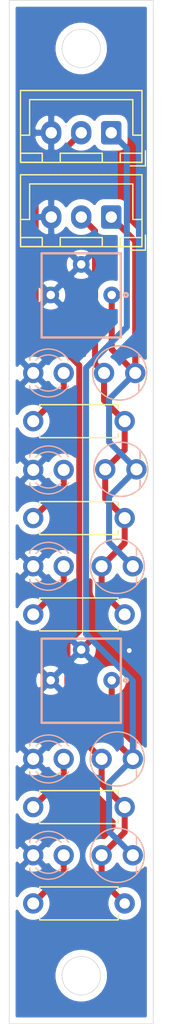
<source format=kicad_pcb>
(kicad_pcb (version 20171130) (host pcbnew "(5.1.8)-1")

  (general
    (thickness 1.6)
    (drawings 6)
    (tracks 58)
    (zones 0)
    (modules 19)
    (nets 11)
  )

  (page A4)
  (layers
    (0 F.Cu signal)
    (31 B.Cu signal)
    (32 B.Adhes user)
    (33 F.Adhes user)
    (34 B.Paste user)
    (35 F.Paste user)
    (36 B.SilkS user)
    (37 F.SilkS user)
    (38 B.Mask user)
    (39 F.Mask user)
    (40 Dwgs.User user)
    (41 Cmts.User user)
    (42 Eco1.User user)
    (43 Eco2.User user)
    (44 Edge.Cuts user)
    (45 Margin user)
    (46 B.CrtYd user)
    (47 F.CrtYd user)
    (48 B.Fab user)
    (49 F.Fab user)
  )

  (setup
    (last_trace_width 0.25)
    (user_trace_width 0.5)
    (trace_clearance 0.2)
    (zone_clearance 0.508)
    (zone_45_only no)
    (trace_min 0.2)
    (via_size 0.8)
    (via_drill 0.4)
    (via_min_size 0.4)
    (via_min_drill 0.3)
    (uvia_size 0.3)
    (uvia_drill 0.1)
    (uvias_allowed no)
    (uvia_min_size 0.2)
    (uvia_min_drill 0.1)
    (edge_width 0.05)
    (segment_width 0.2)
    (pcb_text_width 0.3)
    (pcb_text_size 1.5 1.5)
    (mod_edge_width 0.12)
    (mod_text_size 1 1)
    (mod_text_width 0.15)
    (pad_size 1.7 1.7)
    (pad_drill 1)
    (pad_to_mask_clearance 0)
    (aux_axis_origin 150 135)
    (grid_origin 150 135)
    (visible_elements 7FFFFFFF)
    (pcbplotparams
      (layerselection 0x010fc_ffffffff)
      (usegerberextensions false)
      (usegerberattributes true)
      (usegerberadvancedattributes true)
      (creategerberjobfile true)
      (excludeedgelayer true)
      (linewidth 0.100000)
      (plotframeref false)
      (viasonmask false)
      (mode 1)
      (useauxorigin false)
      (hpglpennumber 1)
      (hpglpenspeed 20)
      (hpglpendiameter 15.000000)
      (psnegative false)
      (psa4output false)
      (plotreference true)
      (plotvalue true)
      (plotinvisibletext false)
      (padsonsilk false)
      (subtractmaskfromsilk false)
      (outputformat 1)
      (mirror false)
      (drillshape 1)
      (scaleselection 1)
      (outputdirectory ""))
  )

  (net 0 "")
  (net 1 "Net-(D1-Pad2)")
  (net 2 "Net-(D1-Pad1)")
  (net 3 "Net-(D2-Pad2)")
  (net 4 "Net-(D3-Pad2)")
  (net 5 "Net-(D4-Pad2)")
  (net 6 "Net-(D5-Pad2)")
  (net 7 "Net-(J1-Pad1)")
  (net 8 "Net-(J1-Pad2)")
  (net 9 "Net-(J3-Pad2)")
  (net 10 "Net-(J3-Pad1)")

  (net_class Default "This is the default net class."
    (clearance 0.2)
    (trace_width 0.25)
    (via_dia 0.8)
    (via_drill 0.4)
    (uvia_dia 0.3)
    (uvia_drill 0.1)
    (add_net "Net-(D1-Pad1)")
    (add_net "Net-(D1-Pad2)")
    (add_net "Net-(D2-Pad2)")
    (add_net "Net-(D3-Pad2)")
    (add_net "Net-(D4-Pad2)")
    (add_net "Net-(D5-Pad2)")
    (add_net "Net-(J1-Pad1)")
    (add_net "Net-(J1-Pad2)")
    (add_net "Net-(J3-Pad1)")
    (add_net "Net-(J3-Pad2)")
  )

  (module LED_THT:LED_D3.0mm_Clear (layer B.Cu) (tedit 60914D30) (tstamp 60919552)
    (at 152 80.95)
    (descr "IR-LED, diameter 3.0mm, 2 pins, color: clear")
    (tags "IR infrared LED diameter 3.0mm 2 pins clear")
    (path /6090405E)
    (fp_text reference D1 (at 1.27 2.96) (layer Cmts.User)
      (effects (font (size 1 1) (thickness 0.15)) (justify mirror))
    )
    (fp_text value LED (at 1.27 -3.05) (layer B.Fab)
      (effects (font (size 1 1) (thickness 0.15)) (justify mirror))
    )
    (fp_line (start -0.23 1.16619) (end -0.23 -1.16619) (layer B.Fab) (width 0.1))
    (fp_line (start -0.29 1.236) (end -0.29 1.08) (layer B.SilkS) (width 0.12))
    (fp_line (start -0.29 -1.08) (end -0.29 -1.236) (layer B.SilkS) (width 0.12))
    (fp_line (start -1.15 2.25) (end -1.15 -2.25) (layer B.CrtYd) (width 0.05))
    (fp_line (start -1.15 -2.25) (end 3.7 -2.25) (layer B.CrtYd) (width 0.05))
    (fp_line (start 3.7 -2.25) (end 3.7 2.25) (layer B.CrtYd) (width 0.05))
    (fp_line (start 3.7 2.25) (end -1.15 2.25) (layer B.CrtYd) (width 0.05))
    (fp_circle (center 1.27 0) (end 2.77 0) (layer B.Fab) (width 0.1))
    (fp_arc (start 1.27 0) (end 0.229039 -1.08) (angle 87.9) (layer B.SilkS) (width 0.12))
    (fp_arc (start 1.27 0) (end 0.229039 1.08) (angle -87.9) (layer B.SilkS) (width 0.12))
    (fp_arc (start 1.27 0) (end -0.29 -1.235516) (angle 108.8) (layer B.SilkS) (width 0.12))
    (fp_arc (start 1.27 0) (end -0.29 1.235516) (angle -108.8) (layer B.SilkS) (width 0.12))
    (fp_arc (start 1.27 0) (end -0.23 1.16619) (angle -284.3) (layer B.Fab) (width 0.1))
    (fp_text user %R (at 1.27 0) (layer B.Fab)
      (effects (font (size 0.8 0.8) (thickness 0.12)) (justify mirror))
    )
    (pad 2 thru_hole circle (at 2.54 0) (size 1.7 1.7) (drill 1) (layers *.Cu *.Mask)
      (net 1 "Net-(D1-Pad2)"))
    (pad 1 thru_hole circle (at 0 0) (size 1.7 1.7) (drill 1) (layers *.Cu *.Mask)
      (net 2 "Net-(D1-Pad1)"))
    (model ${KISYS3DMOD}/LED_THT.3dshapes/LED_D3.0mm_Clear.wrl
      (at (xyz 0 0 0))
      (scale (xyz 1 1 1))
      (rotate (xyz 0 0 0))
    )
  )

  (module LED_THT:LED_D3.0mm_Clear (layer B.Cu) (tedit 60914D4B) (tstamp 60919566)
    (at 152 89)
    (descr "IR-LED, diameter 3.0mm, 2 pins, color: clear")
    (tags "IR infrared LED diameter 3.0mm 2 pins clear")
    (path /60905633)
    (fp_text reference D2 (at 1.27 2.96) (layer Cmts.User)
      (effects (font (size 1 1) (thickness 0.15)) (justify mirror))
    )
    (fp_text value LED (at 1.27 -2.96) (layer B.Fab)
      (effects (font (size 1 1) (thickness 0.15)) (justify mirror))
    )
    (fp_circle (center 1.27 0) (end 2.77 0) (layer B.Fab) (width 0.1))
    (fp_line (start 3.7 2.25) (end -1.15 2.25) (layer B.CrtYd) (width 0.05))
    (fp_line (start 3.7 -2.25) (end 3.7 2.25) (layer B.CrtYd) (width 0.05))
    (fp_line (start -1.15 -2.25) (end 3.7 -2.25) (layer B.CrtYd) (width 0.05))
    (fp_line (start -1.15 2.25) (end -1.15 -2.25) (layer B.CrtYd) (width 0.05))
    (fp_line (start -0.29 -1.08) (end -0.29 -1.236) (layer B.SilkS) (width 0.12))
    (fp_line (start -0.29 1.236) (end -0.29 1.08) (layer B.SilkS) (width 0.12))
    (fp_line (start -0.23 1.16619) (end -0.23 -1.16619) (layer B.Fab) (width 0.1))
    (fp_text user %R (at 1.47 0) (layer B.Fab)
      (effects (font (size 0.8 0.8) (thickness 0.12)) (justify mirror))
    )
    (fp_arc (start 1.27 0) (end -0.23 1.16619) (angle -284.3) (layer B.Fab) (width 0.1))
    (fp_arc (start 1.27 0) (end -0.29 1.235516) (angle -108.8) (layer B.SilkS) (width 0.12))
    (fp_arc (start 1.27 0) (end -0.29 -1.235516) (angle 108.8) (layer B.SilkS) (width 0.12))
    (fp_arc (start 1.27 0) (end 0.229039 1.08) (angle -87.9) (layer B.SilkS) (width 0.12))
    (fp_arc (start 1.27 0) (end 0.229039 -1.08) (angle 87.9) (layer B.SilkS) (width 0.12))
    (pad 1 thru_hole circle (at 0 0) (size 1.7 1.7) (drill 1) (layers *.Cu *.Mask)
      (net 2 "Net-(D1-Pad1)"))
    (pad 2 thru_hole circle (at 2.54 0) (size 1.7 1.7) (drill 1) (layers *.Cu *.Mask)
      (net 3 "Net-(D2-Pad2)"))
    (model ${KISYS3DMOD}/LED_THT.3dshapes/LED_D3.0mm_Clear.wrl
      (at (xyz 0 0 0))
      (scale (xyz 1 1 1))
      (rotate (xyz 0 0 0))
    )
  )

  (module LED_THT:LED_D3.0mm_Clear (layer B.Cu) (tedit 60914D76) (tstamp 6091957A)
    (at 152 97)
    (descr "IR-LED, diameter 3.0mm, 2 pins, color: clear")
    (tags "IR infrared LED diameter 3.0mm 2 pins clear")
    (path /6093699B)
    (fp_text reference D3 (at 1.27 2.96) (layer Cmts.User)
      (effects (font (size 1 1) (thickness 0.15)) (justify mirror))
    )
    (fp_text value LED (at 1.27 -2.96) (layer B.Fab)
      (effects (font (size 1 1) (thickness 0.15)) (justify mirror))
    )
    (fp_line (start -0.23 1.16619) (end -0.23 -1.16619) (layer B.Fab) (width 0.1))
    (fp_line (start -0.29 1.236) (end -0.29 1.08) (layer B.SilkS) (width 0.12))
    (fp_line (start -0.29 -1.08) (end -0.29 -1.236) (layer B.SilkS) (width 0.12))
    (fp_line (start -1.15 2.25) (end -1.15 -2.25) (layer B.CrtYd) (width 0.05))
    (fp_line (start -1.15 -2.25) (end 3.7 -2.25) (layer B.CrtYd) (width 0.05))
    (fp_line (start 3.7 -2.25) (end 3.7 2.25) (layer B.CrtYd) (width 0.05))
    (fp_line (start 3.7 2.25) (end -1.15 2.25) (layer B.CrtYd) (width 0.05))
    (fp_circle (center 1.27 0) (end 2.77 0) (layer B.Fab) (width 0.1))
    (fp_arc (start 1.27 0) (end 0.229039 -1.08) (angle 87.9) (layer B.SilkS) (width 0.12))
    (fp_arc (start 1.27 0) (end 0.229039 1.08) (angle -87.9) (layer B.SilkS) (width 0.12))
    (fp_arc (start 1.27 0) (end -0.29 -1.235516) (angle 108.8) (layer B.SilkS) (width 0.12))
    (fp_arc (start 1.27 0) (end -0.29 1.235516) (angle -108.8) (layer B.SilkS) (width 0.12))
    (fp_arc (start 1.27 0) (end -0.23 1.16619) (angle -284.3) (layer B.Fab) (width 0.1))
    (fp_text user %R (at 1.47 0 -90) (layer F.Fab)
      (effects (font (size 0.8 0.8) (thickness 0.12)))
    )
    (pad 2 thru_hole circle (at 2.54 0) (size 1.7 1.7) (drill 1) (layers *.Cu *.Mask)
      (net 4 "Net-(D3-Pad2)"))
    (pad 1 thru_hole circle (at 0 0) (size 1.7 1.7) (drill 1) (layers *.Cu *.Mask)
      (net 2 "Net-(D1-Pad1)"))
    (model ${KISYS3DMOD}/LED_THT.3dshapes/LED_D3.0mm_Clear.wrl
      (at (xyz 0 0 0))
      (scale (xyz 1 1 1))
      (rotate (xyz 0 0 0))
    )
  )

  (module LED_THT:LED_D3.0mm_Clear (layer B.Cu) (tedit 60914DD0) (tstamp 6091958E)
    (at 152 113)
    (descr "IR-LED, diameter 3.0mm, 2 pins, color: clear")
    (tags "IR infrared LED diameter 3.0mm 2 pins clear")
    (path /609369A1)
    (fp_text reference D4 (at 1.27 2.96) (layer Cmts.User)
      (effects (font (size 1 1) (thickness 0.15)) (justify mirror))
    )
    (fp_text value LED (at 1.27 -2.96) (layer B.Fab)
      (effects (font (size 1 1) (thickness 0.15)) (justify mirror))
    )
    (fp_circle (center 1.27 0) (end 2.77 0) (layer B.Fab) (width 0.1))
    (fp_line (start 3.7 2.25) (end -1.15 2.25) (layer B.CrtYd) (width 0.05))
    (fp_line (start 3.7 -2.25) (end 3.7 2.25) (layer B.CrtYd) (width 0.05))
    (fp_line (start -1.15 -2.25) (end 3.7 -2.25) (layer B.CrtYd) (width 0.05))
    (fp_line (start -1.15 2.25) (end -1.15 -2.25) (layer B.CrtYd) (width 0.05))
    (fp_line (start -0.29 -1.08) (end -0.29 -1.236) (layer B.SilkS) (width 0.12))
    (fp_line (start -0.29 1.236) (end -0.29 1.08) (layer B.SilkS) (width 0.12))
    (fp_line (start -0.23 1.16619) (end -0.23 -1.16619) (layer B.Fab) (width 0.1))
    (fp_text user %R (at 1.47 0) (layer B.Fab)
      (effects (font (size 0.8 0.8) (thickness 0.12)) (justify mirror))
    )
    (fp_arc (start 1.27 0) (end -0.23 1.16619) (angle -284.3) (layer B.Fab) (width 0.1))
    (fp_arc (start 1.27 0) (end -0.29 1.235516) (angle -108.8) (layer B.SilkS) (width 0.12))
    (fp_arc (start 1.27 0) (end -0.29 -1.235516) (angle 108.8) (layer B.SilkS) (width 0.12))
    (fp_arc (start 1.27 0) (end 0.229039 1.08) (angle -87.9) (layer B.SilkS) (width 0.12))
    (fp_arc (start 1.27 0) (end 0.229039 -1.08) (angle 87.9) (layer B.SilkS) (width 0.12))
    (pad 1 thru_hole circle (at 0 0) (size 1.7 1.7) (drill 1) (layers *.Cu *.Mask)
      (net 2 "Net-(D1-Pad1)"))
    (pad 2 thru_hole circle (at 2.54 0) (size 1.7 1.7) (drill 1) (layers *.Cu *.Mask)
      (net 5 "Net-(D4-Pad2)"))
    (model ${KISYS3DMOD}/LED_THT.3dshapes/LED_D3.0mm_Clear.wrl
      (at (xyz 0 0 0))
      (scale (xyz 1 1 1))
      (rotate (xyz 0 0 0))
    )
  )

  (module Connector_JST:JST_XH_B3B-XH-A_1x03_P2.50mm_Vertical (layer F.Cu) (tedit 5C28146C) (tstamp 60919634)
    (at 158.5 68 180)
    (descr "JST XH series connector, B3B-XH-A (http://www.jst-mfg.com/product/pdf/eng/eXH.pdf), generated with kicad-footprint-generator")
    (tags "connector JST XH vertical")
    (path /60908B7C)
    (fp_text reference J3 (at 2.5 -3.55) (layer Cmts.User)
      (effects (font (size 1 1) (thickness 0.15)))
    )
    (fp_text value Conn_01x03_Male (at 2.5 4.6) (layer F.Fab)
      (effects (font (size 1 1) (thickness 0.15)))
    )
    (fp_line (start -2.45 -2.35) (end -2.45 3.4) (layer F.Fab) (width 0.1))
    (fp_line (start -2.45 3.4) (end 7.45 3.4) (layer F.Fab) (width 0.1))
    (fp_line (start 7.45 3.4) (end 7.45 -2.35) (layer F.Fab) (width 0.1))
    (fp_line (start 7.45 -2.35) (end -2.45 -2.35) (layer F.Fab) (width 0.1))
    (fp_line (start -2.56 -2.46) (end -2.56 3.51) (layer F.SilkS) (width 0.12))
    (fp_line (start -2.56 3.51) (end 7.56 3.51) (layer F.SilkS) (width 0.12))
    (fp_line (start 7.56 3.51) (end 7.56 -2.46) (layer F.SilkS) (width 0.12))
    (fp_line (start 7.56 -2.46) (end -2.56 -2.46) (layer F.SilkS) (width 0.12))
    (fp_line (start -2.95 -2.85) (end -2.95 3.9) (layer F.CrtYd) (width 0.05))
    (fp_line (start -2.95 3.9) (end 7.95 3.9) (layer F.CrtYd) (width 0.05))
    (fp_line (start 7.95 3.9) (end 7.95 -2.85) (layer F.CrtYd) (width 0.05))
    (fp_line (start 7.95 -2.85) (end -2.95 -2.85) (layer F.CrtYd) (width 0.05))
    (fp_line (start -0.625 -2.35) (end 0 -1.35) (layer F.Fab) (width 0.1))
    (fp_line (start 0 -1.35) (end 0.625 -2.35) (layer F.Fab) (width 0.1))
    (fp_line (start 0.75 -2.45) (end 0.75 -1.7) (layer F.SilkS) (width 0.12))
    (fp_line (start 0.75 -1.7) (end 4.25 -1.7) (layer F.SilkS) (width 0.12))
    (fp_line (start 4.25 -1.7) (end 4.25 -2.45) (layer F.SilkS) (width 0.12))
    (fp_line (start 4.25 -2.45) (end 0.75 -2.45) (layer F.SilkS) (width 0.12))
    (fp_line (start -2.55 -2.45) (end -2.55 -1.7) (layer F.SilkS) (width 0.12))
    (fp_line (start -2.55 -1.7) (end -0.75 -1.7) (layer F.SilkS) (width 0.12))
    (fp_line (start -0.75 -1.7) (end -0.75 -2.45) (layer F.SilkS) (width 0.12))
    (fp_line (start -0.75 -2.45) (end -2.55 -2.45) (layer F.SilkS) (width 0.12))
    (fp_line (start 5.75 -2.45) (end 5.75 -1.7) (layer F.SilkS) (width 0.12))
    (fp_line (start 5.75 -1.7) (end 7.55 -1.7) (layer F.SilkS) (width 0.12))
    (fp_line (start 7.55 -1.7) (end 7.55 -2.45) (layer F.SilkS) (width 0.12))
    (fp_line (start 7.55 -2.45) (end 5.75 -2.45) (layer F.SilkS) (width 0.12))
    (fp_line (start -2.55 -0.2) (end -1.8 -0.2) (layer F.SilkS) (width 0.12))
    (fp_line (start -1.8 -0.2) (end -1.8 2.75) (layer F.SilkS) (width 0.12))
    (fp_line (start -1.8 2.75) (end 2.5 2.75) (layer F.SilkS) (width 0.12))
    (fp_line (start 7.55 -0.2) (end 6.8 -0.2) (layer F.SilkS) (width 0.12))
    (fp_line (start 6.8 -0.2) (end 6.8 2.75) (layer F.SilkS) (width 0.12))
    (fp_line (start 6.8 2.75) (end 2.5 2.75) (layer F.SilkS) (width 0.12))
    (fp_line (start -1.6 -2.75) (end -2.85 -2.75) (layer F.SilkS) (width 0.12))
    (fp_line (start -2.85 -2.75) (end -2.85 -1.5) (layer F.SilkS) (width 0.12))
    (fp_text user %R (at 2.5 2.7) (layer F.Fab)
      (effects (font (size 1 1) (thickness 0.15)))
    )
    (pad 3 thru_hole oval (at 5 0 180) (size 1.7 1.95) (drill 0.95) (layers *.Cu *.Mask)
      (net 2 "Net-(D1-Pad1)"))
    (pad 2 thru_hole oval (at 2.5 0 180) (size 1.7 1.95) (drill 0.95) (layers *.Cu *.Mask)
      (net 9 "Net-(J3-Pad2)"))
    (pad 1 thru_hole roundrect (at 0 0 180) (size 1.7 1.95) (drill 0.95) (layers *.Cu *.Mask) (roundrect_rratio 0.147059)
      (net 10 "Net-(J3-Pad1)"))
    (model ${KISYS3DMOD}/Connector_JST.3dshapes/JST_XH_B3B-XH-A_1x03_P2.50mm_Vertical.wrl
      (at (xyz 0 0 0))
      (scale (xyz 1 1 1))
      (rotate (xyz 0 0 0))
    )
  )

  (module NJL7502L:NJL7502L (layer B.Cu) (tedit 60914CC2) (tstamp 6091963D)
    (at 159.2 80.95)
    (path /608FE2AD)
    (fp_text reference Q1 (at 0.2 3) (layer Cmts.User)
      (effects (font (size 1 1) (thickness 0.15)) (justify mirror))
    )
    (fp_text value Q_Photo_NPN (at 0 4.3) (layer B.Fab)
      (effects (font (size 1 1) (thickness 0.15)) (justify mirror))
    )
    (fp_circle (center 0 0) (end 2.25 0) (layer B.SilkS) (width 0.12))
    (fp_line (start 1.6 1.5) (end 1.6 0.9) (layer B.SilkS) (width 0.12))
    (fp_line (start 1.6 -1.5) (end 1.6 -0.9) (layer B.SilkS) (width 0.12))
    (pad 1 thru_hole circle (at -1.3 0) (size 1.7 1.7) (drill 1) (layers *.Cu *.Mask)
      (net 9 "Net-(J3-Pad2)"))
    (pad 2 thru_hole circle (at 1.3 0) (size 1.7 1.7) (drill 1) (layers *.Cu *.Mask)
      (net 10 "Net-(J3-Pad1)"))
  )

  (module NJL7502L:NJL7502L (layer B.Cu) (tedit 60908D57) (tstamp 60919646)
    (at 159.3 88.95)
    (path /608FF5D7)
    (fp_text reference Q2 (at 0.2 3) (layer Cmts.User)
      (effects (font (size 1 1) (thickness 0.15)) (justify mirror))
    )
    (fp_text value Q_Photo_NPN (at 0 4.3) (layer B.Fab)
      (effects (font (size 1 1) (thickness 0.15)) (justify mirror))
    )
    (fp_line (start 1.6 -1.5) (end 1.6 -0.9) (layer B.SilkS) (width 0.12))
    (fp_line (start 1.6 1.5) (end 1.6 0.9) (layer B.SilkS) (width 0.12))
    (fp_circle (center 0 0) (end 2.25 0) (layer B.SilkS) (width 0.12))
    (pad 2 thru_hole circle (at 1.3 0) (size 1.7 1.7) (drill 1) (layers *.Cu *.Mask)
      (net 10 "Net-(J3-Pad1)"))
    (pad 1 thru_hole circle (at -1.3 0) (size 1.7 1.7) (drill 1) (layers *.Cu *.Mask)
      (net 9 "Net-(J3-Pad2)"))
  )

  (module NJL7502L:NJL7502L (layer B.Cu) (tedit 60908D57) (tstamp 6091964F)
    (at 159 97)
    (path /6093698F)
    (fp_text reference Q3 (at 0.2 3) (layer Cmts.User)
      (effects (font (size 1 1) (thickness 0.15)) (justify mirror))
    )
    (fp_text value Q_Photo_NPN (at 0 4.3) (layer B.Fab)
      (effects (font (size 1 1) (thickness 0.15)) (justify mirror))
    )
    (fp_line (start 1.6 -1.5) (end 1.6 -0.9) (layer B.SilkS) (width 0.12))
    (fp_line (start 1.6 1.5) (end 1.6 0.9) (layer B.SilkS) (width 0.12))
    (fp_circle (center 0 0) (end 2.25 0) (layer B.SilkS) (width 0.12))
    (pad 2 thru_hole circle (at 1.3 0) (size 1.7 1.7) (drill 1) (layers *.Cu *.Mask)
      (net 10 "Net-(J3-Pad1)"))
    (pad 1 thru_hole circle (at -1.3 0) (size 1.7 1.7) (drill 1) (layers *.Cu *.Mask)
      (net 9 "Net-(J3-Pad2)"))
  )

  (module NJL7502L:NJL7502L (layer B.Cu) (tedit 60908D57) (tstamp 60919658)
    (at 159 113)
    (path /60936995)
    (fp_text reference Q4 (at 0.2 3) (layer Cmts.User)
      (effects (font (size 1 1) (thickness 0.15)) (justify mirror))
    )
    (fp_text value Q_Photo_NPN (at 0 4.3) (layer B.Fab)
      (effects (font (size 1 1) (thickness 0.15)) (justify mirror))
    )
    (fp_circle (center 0 0) (end 2.25 0) (layer B.SilkS) (width 0.12))
    (fp_line (start 1.6 1.5) (end 1.6 0.9) (layer B.SilkS) (width 0.12))
    (fp_line (start 1.6 -1.5) (end 1.6 -0.9) (layer B.SilkS) (width 0.12))
    (pad 1 thru_hole circle (at -1.3 0) (size 1.7 1.7) (drill 1) (layers *.Cu *.Mask)
      (net 8 "Net-(J1-Pad2)"))
    (pad 2 thru_hole circle (at 1.3 0) (size 1.7 1.7) (drill 1) (layers *.Cu *.Mask)
      (net 7 "Net-(J1-Pad1)"))
  )

  (module Resistor_THT:R_Axial_DIN0207_L6.3mm_D2.5mm_P7.62mm_Horizontal (layer F.Cu) (tedit 60914D39) (tstamp 60919681)
    (at 152 84.95)
    (descr "Resistor, Axial_DIN0207 series, Axial, Horizontal, pin pitch=7.62mm, 0.25W = 1/4W, length*diameter=6.3*2.5mm^2, http://cdn-reichelt.de/documents/datenblatt/B400/1_4W%23YAG.pdf")
    (tags "Resistor Axial_DIN0207 series Axial Horizontal pin pitch 7.62mm 0.25W = 1/4W length 6.3mm diameter 2.5mm")
    (path /6090C669)
    (fp_text reference R1 (at 3.81 -2.37) (layer Cmts.User)
      (effects (font (size 1 1) (thickness 0.15)))
    )
    (fp_text value R (at 3.81 2.37) (layer F.Fab)
      (effects (font (size 1 1) (thickness 0.15)))
    )
    (fp_line (start 8.67 -1.5) (end -1.05 -1.5) (layer F.CrtYd) (width 0.05))
    (fp_line (start 8.67 1.5) (end 8.67 -1.5) (layer F.CrtYd) (width 0.05))
    (fp_line (start -1.05 1.5) (end 8.67 1.5) (layer F.CrtYd) (width 0.05))
    (fp_line (start -1.05 -1.5) (end -1.05 1.5) (layer F.CrtYd) (width 0.05))
    (fp_line (start 7.08 1.37) (end 7.08 1.04) (layer F.SilkS) (width 0.12))
    (fp_line (start 0.54 1.37) (end 7.08 1.37) (layer F.SilkS) (width 0.12))
    (fp_line (start 0.54 1.04) (end 0.54 1.37) (layer F.SilkS) (width 0.12))
    (fp_line (start 7.08 -1.37) (end 7.08 -1.04) (layer F.SilkS) (width 0.12))
    (fp_line (start 0.54 -1.37) (end 7.08 -1.37) (layer F.SilkS) (width 0.12))
    (fp_line (start 0.54 -1.04) (end 0.54 -1.37) (layer F.SilkS) (width 0.12))
    (fp_line (start 7.62 0) (end 6.96 0) (layer F.Fab) (width 0.1))
    (fp_line (start 0 0) (end 0.66 0) (layer F.Fab) (width 0.1))
    (fp_line (start 6.96 -1.25) (end 0.66 -1.25) (layer F.Fab) (width 0.1))
    (fp_line (start 6.96 1.25) (end 6.96 -1.25) (layer F.Fab) (width 0.1))
    (fp_line (start 0.66 1.25) (end 6.96 1.25) (layer F.Fab) (width 0.1))
    (fp_line (start 0.66 -1.25) (end 0.66 1.25) (layer F.Fab) (width 0.1))
    (fp_text user %R (at 3.81 0) (layer F.Fab)
      (effects (font (size 1 1) (thickness 0.15)))
    )
    (pad 1 thru_hole circle (at 0 0) (size 1.7 1.7) (drill 1) (layers *.Cu *.Mask)
      (net 1 "Net-(D1-Pad2)"))
    (pad 2 thru_hole circle (at 7.62 0) (size 1.7 1.7) (drill 1) (layers *.Cu *.Mask)
      (net 9 "Net-(J3-Pad2)"))
    (model ${KISYS3DMOD}/Resistor_THT.3dshapes/R_Axial_DIN0207_L6.3mm_D2.5mm_P7.62mm_Horizontal.wrl
      (at (xyz 0 0 0))
      (scale (xyz 1 1 1))
      (rotate (xyz 0 0 0))
    )
  )

  (module Resistor_THT:R_Axial_DIN0207_L6.3mm_D2.5mm_P7.62mm_Horizontal (layer F.Cu) (tedit 60914D5F) (tstamp 60919698)
    (at 152 93)
    (descr "Resistor, Axial_DIN0207 series, Axial, Horizontal, pin pitch=7.62mm, 0.25W = 1/4W, length*diameter=6.3*2.5mm^2, http://cdn-reichelt.de/documents/datenblatt/B400/1_4W%23YAG.pdf")
    (tags "Resistor Axial_DIN0207 series Axial Horizontal pin pitch 7.62mm 0.25W = 1/4W length 6.3mm diameter 2.5mm")
    (path /6090D60E)
    (fp_text reference R2 (at 3.81 -2.37) (layer Cmts.User)
      (effects (font (size 1 1) (thickness 0.15)))
    )
    (fp_text value R (at 3.81 2.37) (layer F.Fab)
      (effects (font (size 1 1) (thickness 0.15)))
    )
    (fp_line (start 0.66 -1.25) (end 0.66 1.25) (layer F.Fab) (width 0.1))
    (fp_line (start 0.66 1.25) (end 6.96 1.25) (layer F.Fab) (width 0.1))
    (fp_line (start 6.96 1.25) (end 6.96 -1.25) (layer F.Fab) (width 0.1))
    (fp_line (start 6.96 -1.25) (end 0.66 -1.25) (layer F.Fab) (width 0.1))
    (fp_line (start 0 0) (end 0.66 0) (layer F.Fab) (width 0.1))
    (fp_line (start 7.62 0) (end 6.96 0) (layer F.Fab) (width 0.1))
    (fp_line (start 0.54 -1.04) (end 0.54 -1.37) (layer F.SilkS) (width 0.12))
    (fp_line (start 0.54 -1.37) (end 7.08 -1.37) (layer F.SilkS) (width 0.12))
    (fp_line (start 7.08 -1.37) (end 7.08 -1.04) (layer F.SilkS) (width 0.12))
    (fp_line (start 0.54 1.04) (end 0.54 1.37) (layer F.SilkS) (width 0.12))
    (fp_line (start 0.54 1.37) (end 7.08 1.37) (layer F.SilkS) (width 0.12))
    (fp_line (start 7.08 1.37) (end 7.08 1.04) (layer F.SilkS) (width 0.12))
    (fp_line (start -1.05 -1.5) (end -1.05 1.5) (layer F.CrtYd) (width 0.05))
    (fp_line (start -1.05 1.5) (end 8.67 1.5) (layer F.CrtYd) (width 0.05))
    (fp_line (start 8.67 1.5) (end 8.67 -1.5) (layer F.CrtYd) (width 0.05))
    (fp_line (start 8.67 -1.5) (end -1.05 -1.5) (layer F.CrtYd) (width 0.05))
    (fp_text user %R (at 3.81 0) (layer F.Fab)
      (effects (font (size 1 1) (thickness 0.15)))
    )
    (pad 2 thru_hole circle (at 7.62 0) (size 1.7 1.7) (drill 1) (layers *.Cu *.Mask)
      (net 9 "Net-(J3-Pad2)"))
    (pad 1 thru_hole circle (at 0 0) (size 1.7 1.7) (drill 1) (layers *.Cu *.Mask)
      (net 3 "Net-(D2-Pad2)"))
    (model ${KISYS3DMOD}/Resistor_THT.3dshapes/R_Axial_DIN0207_L6.3mm_D2.5mm_P7.62mm_Horizontal.wrl
      (at (xyz 0 0 0))
      (scale (xyz 1 1 1))
      (rotate (xyz 0 0 0))
    )
  )

  (module Resistor_THT:R_Axial_DIN0207_L6.3mm_D2.5mm_P7.62mm_Horizontal (layer F.Cu) (tedit 60914D8D) (tstamp 609196AF)
    (at 152 101)
    (descr "Resistor, Axial_DIN0207 series, Axial, Horizontal, pin pitch=7.62mm, 0.25W = 1/4W, length*diameter=6.3*2.5mm^2, http://cdn-reichelt.de/documents/datenblatt/B400/1_4W%23YAG.pdf")
    (tags "Resistor Axial_DIN0207 series Axial Horizontal pin pitch 7.62mm 0.25W = 1/4W length 6.3mm diameter 2.5mm")
    (path /609369AD)
    (fp_text reference R3 (at 3.81 -2.37) (layer Cmts.User)
      (effects (font (size 1 1) (thickness 0.15)))
    )
    (fp_text value R (at 3.81 2.37) (layer F.Fab)
      (effects (font (size 1 1) (thickness 0.15)))
    )
    (fp_line (start 0.66 -1.25) (end 0.66 1.25) (layer F.Fab) (width 0.1))
    (fp_line (start 0.66 1.25) (end 6.96 1.25) (layer F.Fab) (width 0.1))
    (fp_line (start 6.96 1.25) (end 6.96 -1.25) (layer F.Fab) (width 0.1))
    (fp_line (start 6.96 -1.25) (end 0.66 -1.25) (layer F.Fab) (width 0.1))
    (fp_line (start 0 0) (end 0.66 0) (layer F.Fab) (width 0.1))
    (fp_line (start 7.62 0) (end 6.96 0) (layer F.Fab) (width 0.1))
    (fp_line (start 0.54 -1.04) (end 0.54 -1.37) (layer F.SilkS) (width 0.12))
    (fp_line (start 0.54 -1.37) (end 7.08 -1.37) (layer F.SilkS) (width 0.12))
    (fp_line (start 7.08 -1.37) (end 7.08 -1.04) (layer F.SilkS) (width 0.12))
    (fp_line (start 0.54 1.04) (end 0.54 1.37) (layer F.SilkS) (width 0.12))
    (fp_line (start 0.54 1.37) (end 7.08 1.37) (layer F.SilkS) (width 0.12))
    (fp_line (start 7.08 1.37) (end 7.08 1.04) (layer F.SilkS) (width 0.12))
    (fp_line (start -1.05 -1.5) (end -1.05 1.5) (layer F.CrtYd) (width 0.05))
    (fp_line (start -1.05 1.5) (end 8.67 1.5) (layer F.CrtYd) (width 0.05))
    (fp_line (start 8.67 1.5) (end 8.67 -1.5) (layer F.CrtYd) (width 0.05))
    (fp_line (start 8.67 -1.5) (end -1.05 -1.5) (layer F.CrtYd) (width 0.05))
    (fp_text user %R (at 3.81 0) (layer F.Fab)
      (effects (font (size 1 1) (thickness 0.15)))
    )
    (pad 2 thru_hole circle (at 7.62 0) (size 1.7 1.7) (drill 1) (layers *.Cu *.Mask)
      (net 9 "Net-(J3-Pad2)"))
    (pad 1 thru_hole circle (at 0 0) (size 1.7 1.7) (drill 1) (layers *.Cu *.Mask)
      (net 4 "Net-(D3-Pad2)"))
    (model ${KISYS3DMOD}/Resistor_THT.3dshapes/R_Axial_DIN0207_L6.3mm_D2.5mm_P7.62mm_Horizontal.wrl
      (at (xyz 0 0 0))
      (scale (xyz 1 1 1))
      (rotate (xyz 0 0 0))
    )
  )

  (module Resistor_THT:R_Axial_DIN0207_L6.3mm_D2.5mm_P7.62mm_Horizontal (layer F.Cu) (tedit 60914E88) (tstamp 609196C6)
    (at 152 117)
    (descr "Resistor, Axial_DIN0207 series, Axial, Horizontal, pin pitch=7.62mm, 0.25W = 1/4W, length*diameter=6.3*2.5mm^2, http://cdn-reichelt.de/documents/datenblatt/B400/1_4W%23YAG.pdf")
    (tags "Resistor Axial_DIN0207 series Axial Horizontal pin pitch 7.62mm 0.25W = 1/4W length 6.3mm diameter 2.5mm")
    (path /609369B3)
    (fp_text reference R4 (at 3.81 -2.37) (layer Cmts.User)
      (effects (font (size 1 1) (thickness 0.15)))
    )
    (fp_text value R (at 3.81 2.37) (layer F.Fab)
      (effects (font (size 1 1) (thickness 0.15)))
    )
    (fp_line (start 8.67 -1.5) (end -1.05 -1.5) (layer F.CrtYd) (width 0.05))
    (fp_line (start 8.67 1.5) (end 8.67 -1.5) (layer F.CrtYd) (width 0.05))
    (fp_line (start -1.05 1.5) (end 8.67 1.5) (layer F.CrtYd) (width 0.05))
    (fp_line (start -1.05 -1.5) (end -1.05 1.5) (layer F.CrtYd) (width 0.05))
    (fp_line (start 7.08 1.37) (end 7.08 1.04) (layer F.SilkS) (width 0.12))
    (fp_line (start 0.54 1.37) (end 7.08 1.37) (layer F.SilkS) (width 0.12))
    (fp_line (start 0.54 1.04) (end 0.54 1.37) (layer F.SilkS) (width 0.12))
    (fp_line (start 7.08 -1.37) (end 7.08 -1.04) (layer F.SilkS) (width 0.12))
    (fp_line (start 0.54 -1.37) (end 7.08 -1.37) (layer F.SilkS) (width 0.12))
    (fp_line (start 0.54 -1.04) (end 0.54 -1.37) (layer F.SilkS) (width 0.12))
    (fp_line (start 7.62 0) (end 6.96 0) (layer F.Fab) (width 0.1))
    (fp_line (start 0 0) (end 0.66 0) (layer F.Fab) (width 0.1))
    (fp_line (start 6.96 -1.25) (end 0.66 -1.25) (layer F.Fab) (width 0.1))
    (fp_line (start 6.96 1.25) (end 6.96 -1.25) (layer F.Fab) (width 0.1))
    (fp_line (start 0.66 1.25) (end 6.96 1.25) (layer F.Fab) (width 0.1))
    (fp_line (start 0.66 -1.25) (end 0.66 1.25) (layer F.Fab) (width 0.1))
    (fp_text user %R (at 3.81 0) (layer F.Fab)
      (effects (font (size 1 1) (thickness 0.15)))
    )
    (pad 1 thru_hole circle (at 0 0) (size 1.7 1.7) (drill 1) (layers *.Cu *.Mask)
      (net 5 "Net-(D4-Pad2)"))
    (pad 2 thru_hole circle (at 7.62 0) (size 1.7 1.7) (drill 1) (layers *.Cu *.Mask)
      (net 8 "Net-(J1-Pad2)"))
    (model ${KISYS3DMOD}/Resistor_THT.3dshapes/R_Axial_DIN0207_L6.3mm_D2.5mm_P7.62mm_Horizontal.wrl
      (at (xyz 0 0 0))
      (scale (xyz 1 1 1))
      (rotate (xyz 0 0 0))
    )
  )

  (module SamacSys_Parts:3362P_1 (layer B.Cu) (tedit 60914C7A) (tstamp 609196D7)
    (at 156 110 180)
    (descr 3362P)
    (tags Resistor)
    (path /609369C0)
    (fp_text reference R5 (at -0.36821 2.74963) (layer Cmts.User)
      (effects (font (size 1.27 1.27) (thickness 0.254)) (justify mirror))
    )
    (fp_text value 3362P-1-203LF (at -0.36821 2.74963) (layer B.SilkS) hide
      (effects (font (size 1.27 1.27) (thickness 0.254)) (justify mirror))
    )
    (fp_circle (center -3.722 3.532) (end -3.722 3.475) (layer B.SilkS) (width 0.2))
    (fp_line (start 3.3 6.99) (end -3.3 6.99) (layer B.SilkS) (width 0.2))
    (fp_line (start 3.3 0) (end 3.3 6.99) (layer B.SilkS) (width 0.2))
    (fp_line (start -3.3 0) (end 3.3 0) (layer B.SilkS) (width 0.2))
    (fp_line (start -3.3 6.99) (end -3.3 0) (layer B.SilkS) (width 0.2))
    (fp_line (start -3.3 0) (end -3.3 6.99) (layer B.Fab) (width 0.2))
    (fp_line (start 3.3 0) (end -3.3 0) (layer B.Fab) (width 0.2))
    (fp_line (start 3.3 6.99) (end 3.3 0) (layer B.Fab) (width 0.2))
    (fp_line (start -3.3 6.99) (end 3.3 6.99) (layer B.Fab) (width 0.2))
    (fp_text user %R (at -0.36821 2.74963) (layer B.Fab)
      (effects (font (size 1.27 1.27) (thickness 0.254)) (justify mirror))
    )
    (pad 1 thru_hole circle (at -2.54 3.53 180) (size 1.4 1.4) (drill 0.7) (layers *.Cu *.Mask)
      (net 7 "Net-(J1-Pad1)"))
    (pad 2 thru_hole circle (at 0 6.07 180) (size 1.4 1.4) (drill 0.7) (layers *.Cu *.Mask)
      (net 2 "Net-(D1-Pad1)"))
    (pad 3 thru_hole circle (at 2.54 3.53 180) (size 1.4 1.4) (drill 0.7) (layers *.Cu *.Mask)
      (net 2 "Net-(D1-Pad1)"))
    (model "C:\\Users\\Mitsuyoshi Sugaya\\Documents\\kicad\\SamacSys_Parts.3dshapes\\3362P-1-203LF.stp"
      (at (xyz 0 0 0))
      (scale (xyz 1 1 1))
      (rotate (xyz 0 0 0))
    )
  )

  (module SamacSys_Parts:3362P_1 (layer B.Cu) (tedit 60914CA1) (tstamp 609196FF)
    (at 156 78 180)
    (descr 3362P)
    (tags Resistor)
    (path /6090F75E)
    (fp_text reference R7 (at -0.36821 2.74963) (layer Cmts.User)
      (effects (font (size 1.27 1.27) (thickness 0.254)) (justify mirror))
    )
    (fp_text value 3362P-1-203LF (at -0.36821 2.74963) (layer B.SilkS) hide
      (effects (font (size 1.27 1.27) (thickness 0.254)) (justify mirror))
    )
    (fp_line (start -3.3 6.99) (end 3.3 6.99) (layer B.Fab) (width 0.2))
    (fp_line (start 3.3 6.99) (end 3.3 0) (layer B.Fab) (width 0.2))
    (fp_line (start 3.3 0) (end -3.3 0) (layer B.Fab) (width 0.2))
    (fp_line (start -3.3 0) (end -3.3 6.99) (layer B.Fab) (width 0.2))
    (fp_line (start -3.3 6.99) (end -3.3 0) (layer B.SilkS) (width 0.2))
    (fp_line (start -3.3 0) (end 3.3 0) (layer B.SilkS) (width 0.2))
    (fp_line (start 3.3 0) (end 3.3 6.99) (layer B.SilkS) (width 0.2))
    (fp_line (start 3.3 6.99) (end -3.3 6.99) (layer B.SilkS) (width 0.2))
    (fp_circle (center -3.722 3.532) (end -3.722 3.475) (layer B.SilkS) (width 0.2))
    (fp_text user %R (at -0.36821 2.74963) (layer B.Fab)
      (effects (font (size 1.27 1.27) (thickness 0.254)) (justify mirror))
    )
    (pad 3 thru_hole circle (at 2.54 3.53 180) (size 1.4 1.4) (drill 0.7) (layers *.Cu *.Mask)
      (net 2 "Net-(D1-Pad1)"))
    (pad 2 thru_hole circle (at 0 6.07 180) (size 1.4 1.4) (drill 0.7) (layers *.Cu *.Mask)
      (net 2 "Net-(D1-Pad1)"))
    (pad 1 thru_hole circle (at -2.54 3.53 180) (size 1.4 1.4) (drill 0.7) (layers *.Cu *.Mask)
      (net 10 "Net-(J3-Pad1)"))
    (model "C:\\Users\\Mitsuyoshi Sugaya\\Documents\\kicad\\SamacSys_Parts.3dshapes\\3362P-1-203LF.stp"
      (at (xyz 0 0 0))
      (scale (xyz 1 1 1))
      (rotate (xyz 0 0 0))
    )
  )

  (module Connector_JST:JST_XH_B3B-XH-A_1x03_P2.50mm_Vertical (layer F.Cu) (tedit 5C28146C) (tstamp 6091A083)
    (at 158.5 61 180)
    (descr "JST XH series connector, B3B-XH-A (http://www.jst-mfg.com/product/pdf/eng/eXH.pdf), generated with kicad-footprint-generator")
    (tags "connector JST XH vertical")
    (path /609369A7)
    (fp_text reference J1 (at 2.5 -3.55) (layer Cmts.User)
      (effects (font (size 1 1) (thickness 0.15)))
    )
    (fp_text value Conn_01x03_Male (at 2.5 4.6) (layer F.Fab)
      (effects (font (size 1 1) (thickness 0.15)))
    )
    (fp_line (start -2.85 -2.75) (end -2.85 -1.5) (layer F.SilkS) (width 0.12))
    (fp_line (start -1.6 -2.75) (end -2.85 -2.75) (layer F.SilkS) (width 0.12))
    (fp_line (start 6.8 2.75) (end 2.5 2.75) (layer F.SilkS) (width 0.12))
    (fp_line (start 6.8 -0.2) (end 6.8 2.75) (layer F.SilkS) (width 0.12))
    (fp_line (start 7.55 -0.2) (end 6.8 -0.2) (layer F.SilkS) (width 0.12))
    (fp_line (start -1.8 2.75) (end 2.5 2.75) (layer F.SilkS) (width 0.12))
    (fp_line (start -1.8 -0.2) (end -1.8 2.75) (layer F.SilkS) (width 0.12))
    (fp_line (start -2.55 -0.2) (end -1.8 -0.2) (layer F.SilkS) (width 0.12))
    (fp_line (start 7.55 -2.45) (end 5.75 -2.45) (layer F.SilkS) (width 0.12))
    (fp_line (start 7.55 -1.7) (end 7.55 -2.45) (layer F.SilkS) (width 0.12))
    (fp_line (start 5.75 -1.7) (end 7.55 -1.7) (layer F.SilkS) (width 0.12))
    (fp_line (start 5.75 -2.45) (end 5.75 -1.7) (layer F.SilkS) (width 0.12))
    (fp_line (start -0.75 -2.45) (end -2.55 -2.45) (layer F.SilkS) (width 0.12))
    (fp_line (start -0.75 -1.7) (end -0.75 -2.45) (layer F.SilkS) (width 0.12))
    (fp_line (start -2.55 -1.7) (end -0.75 -1.7) (layer F.SilkS) (width 0.12))
    (fp_line (start -2.55 -2.45) (end -2.55 -1.7) (layer F.SilkS) (width 0.12))
    (fp_line (start 4.25 -2.45) (end 0.75 -2.45) (layer F.SilkS) (width 0.12))
    (fp_line (start 4.25 -1.7) (end 4.25 -2.45) (layer F.SilkS) (width 0.12))
    (fp_line (start 0.75 -1.7) (end 4.25 -1.7) (layer F.SilkS) (width 0.12))
    (fp_line (start 0.75 -2.45) (end 0.75 -1.7) (layer F.SilkS) (width 0.12))
    (fp_line (start 0 -1.35) (end 0.625 -2.35) (layer F.Fab) (width 0.1))
    (fp_line (start -0.625 -2.35) (end 0 -1.35) (layer F.Fab) (width 0.1))
    (fp_line (start 7.95 -2.85) (end -2.95 -2.85) (layer F.CrtYd) (width 0.05))
    (fp_line (start 7.95 3.9) (end 7.95 -2.85) (layer F.CrtYd) (width 0.05))
    (fp_line (start -2.95 3.9) (end 7.95 3.9) (layer F.CrtYd) (width 0.05))
    (fp_line (start -2.95 -2.85) (end -2.95 3.9) (layer F.CrtYd) (width 0.05))
    (fp_line (start 7.56 -2.46) (end -2.56 -2.46) (layer F.SilkS) (width 0.12))
    (fp_line (start 7.56 3.51) (end 7.56 -2.46) (layer F.SilkS) (width 0.12))
    (fp_line (start -2.56 3.51) (end 7.56 3.51) (layer F.SilkS) (width 0.12))
    (fp_line (start -2.56 -2.46) (end -2.56 3.51) (layer F.SilkS) (width 0.12))
    (fp_line (start 7.45 -2.35) (end -2.45 -2.35) (layer F.Fab) (width 0.1))
    (fp_line (start 7.45 3.4) (end 7.45 -2.35) (layer F.Fab) (width 0.1))
    (fp_line (start -2.45 3.4) (end 7.45 3.4) (layer F.Fab) (width 0.1))
    (fp_line (start -2.45 -2.35) (end -2.45 3.4) (layer F.Fab) (width 0.1))
    (fp_text user %R (at 2.5 2.7) (layer F.Fab)
      (effects (font (size 1 1) (thickness 0.15)))
    )
    (pad 1 thru_hole roundrect (at 0 0 180) (size 1.7 1.95) (drill 0.95) (layers *.Cu *.Mask) (roundrect_rratio 0.147059)
      (net 7 "Net-(J1-Pad1)"))
    (pad 2 thru_hole oval (at 2.5 0 180) (size 1.7 1.95) (drill 0.95) (layers *.Cu *.Mask)
      (net 8 "Net-(J1-Pad2)"))
    (pad 3 thru_hole oval (at 5 0 180) (size 1.7 1.95) (drill 0.95) (layers *.Cu *.Mask)
      (net 2 "Net-(D1-Pad1)"))
    (model ${KISYS3DMOD}/Connector_JST.3dshapes/JST_XH_B3B-XH-A_1x03_P2.50mm_Vertical.wrl
      (at (xyz 0 0 0))
      (scale (xyz 1 1 1))
      (rotate (xyz 0 0 0))
    )
  )

  (module LED_THT:LED_D3.0mm_Clear (layer B.Cu) (tedit 60914DF2) (tstamp 6091A998)
    (at 152 121)
    (descr "IR-LED, diameter 3.0mm, 2 pins, color: clear")
    (tags "IR infrared LED diameter 3.0mm 2 pins clear")
    (path /609375E7)
    (fp_text reference D5 (at 1.27 2.96) (layer Cmts.User)
      (effects (font (size 1 1) (thickness 0.15)) (justify mirror))
    )
    (fp_text value LED (at 1.27 -2.96) (layer B.Fab)
      (effects (font (size 1 1) (thickness 0.15)) (justify mirror))
    )
    (fp_circle (center 1.27 0) (end 2.77 0) (layer B.Fab) (width 0.1))
    (fp_line (start 3.7 2.25) (end -1.15 2.25) (layer B.CrtYd) (width 0.05))
    (fp_line (start 3.7 -2.25) (end 3.7 2.25) (layer B.CrtYd) (width 0.05))
    (fp_line (start -1.15 -2.25) (end 3.7 -2.25) (layer B.CrtYd) (width 0.05))
    (fp_line (start -1.15 2.25) (end -1.15 -2.25) (layer B.CrtYd) (width 0.05))
    (fp_line (start -0.29 -1.08) (end -0.29 -1.236) (layer B.SilkS) (width 0.12))
    (fp_line (start -0.29 1.236) (end -0.29 1.08) (layer B.SilkS) (width 0.12))
    (fp_line (start -0.23 1.16619) (end -0.23 -1.16619) (layer B.Fab) (width 0.1))
    (fp_text user %R (at 1.47 0) (layer B.Fab)
      (effects (font (size 0.8 0.8) (thickness 0.12)) (justify mirror))
    )
    (fp_arc (start 1.27 0) (end -0.23 1.16619) (angle -284.3) (layer B.Fab) (width 0.1))
    (fp_arc (start 1.27 0) (end -0.29 1.235516) (angle -108.8) (layer B.SilkS) (width 0.12))
    (fp_arc (start 1.27 0) (end -0.29 -1.235516) (angle 108.8) (layer B.SilkS) (width 0.12))
    (fp_arc (start 1.27 0) (end 0.229039 1.08) (angle -87.9) (layer B.SilkS) (width 0.12))
    (fp_arc (start 1.27 0) (end 0.229039 -1.08) (angle 87.9) (layer B.SilkS) (width 0.12))
    (pad 1 thru_hole circle (at 0 0) (size 1.7 1.7) (drill 1) (layers *.Cu *.Mask)
      (net 2 "Net-(D1-Pad1)"))
    (pad 2 thru_hole circle (at 2.54 0) (size 1.7 1.7) (drill 1) (layers *.Cu *.Mask)
      (net 6 "Net-(D5-Pad2)"))
    (model ${KISYS3DMOD}/LED_THT.3dshapes/LED_D3.0mm_Clear.wrl
      (at (xyz 0 0 0))
      (scale (xyz 1 1 1))
      (rotate (xyz 0 0 0))
    )
  )

  (module Resistor_THT:R_Axial_DIN0207_L6.3mm_D2.5mm_P7.62mm_Horizontal (layer F.Cu) (tedit 60914E1C) (tstamp 6091A9AF)
    (at 152 125)
    (descr "Resistor, Axial_DIN0207 series, Axial, Horizontal, pin pitch=7.62mm, 0.25W = 1/4W, length*diameter=6.3*2.5mm^2, http://cdn-reichelt.de/documents/datenblatt/B400/1_4W%23YAG.pdf")
    (tags "Resistor Axial_DIN0207 series Axial Horizontal pin pitch 7.62mm 0.25W = 1/4W length 6.3mm diameter 2.5mm")
    (path /609375ED)
    (fp_text reference R6 (at 3.81 -2.37) (layer Cmts.User)
      (effects (font (size 1 1) (thickness 0.15)))
    )
    (fp_text value R (at 3.81 2.37) (layer F.Fab)
      (effects (font (size 1 1) (thickness 0.15)))
    )
    (fp_line (start 8.67 -1.5) (end -1.05 -1.5) (layer F.CrtYd) (width 0.05))
    (fp_line (start 8.67 1.5) (end 8.67 -1.5) (layer F.CrtYd) (width 0.05))
    (fp_line (start -1.05 1.5) (end 8.67 1.5) (layer F.CrtYd) (width 0.05))
    (fp_line (start -1.05 -1.5) (end -1.05 1.5) (layer F.CrtYd) (width 0.05))
    (fp_line (start 7.08 1.37) (end 7.08 1.04) (layer F.SilkS) (width 0.12))
    (fp_line (start 0.54 1.37) (end 7.08 1.37) (layer F.SilkS) (width 0.12))
    (fp_line (start 0.54 1.04) (end 0.54 1.37) (layer F.SilkS) (width 0.12))
    (fp_line (start 7.08 -1.37) (end 7.08 -1.04) (layer F.SilkS) (width 0.12))
    (fp_line (start 0.54 -1.37) (end 7.08 -1.37) (layer F.SilkS) (width 0.12))
    (fp_line (start 0.54 -1.04) (end 0.54 -1.37) (layer F.SilkS) (width 0.12))
    (fp_line (start 7.62 0) (end 6.96 0) (layer F.Fab) (width 0.1))
    (fp_line (start 0 0) (end 0.66 0) (layer F.Fab) (width 0.1))
    (fp_line (start 6.96 -1.25) (end 0.66 -1.25) (layer F.Fab) (width 0.1))
    (fp_line (start 6.96 1.25) (end 6.96 -1.25) (layer F.Fab) (width 0.1))
    (fp_line (start 0.66 1.25) (end 6.96 1.25) (layer F.Fab) (width 0.1))
    (fp_line (start 0.66 -1.25) (end 0.66 1.25) (layer F.Fab) (width 0.1))
    (fp_text user %R (at 3.81 0) (layer F.Fab)
      (effects (font (size 1 1) (thickness 0.15)))
    )
    (pad 1 thru_hole circle (at 0 0) (size 1.7 1.7) (drill 1) (layers *.Cu *.Mask)
      (net 6 "Net-(D5-Pad2)"))
    (pad 2 thru_hole circle (at 7.62 0) (size 1.7 1.7) (drill 0.87) (layers *.Cu *.Mask)
      (net 8 "Net-(J1-Pad2)"))
    (model ${KISYS3DMOD}/Resistor_THT.3dshapes/R_Axial_DIN0207_L6.3mm_D2.5mm_P7.62mm_Horizontal.wrl
      (at (xyz 0 0 0))
      (scale (xyz 1 1 1))
      (rotate (xyz 0 0 0))
    )
  )

  (module NJL7502L:NJL7502L (layer B.Cu) (tedit 60908D57) (tstamp 6091AAAF)
    (at 159 121)
    (path /6094E5F9)
    (fp_text reference Q5 (at 0.2 3) (layer Cmts.User)
      (effects (font (size 1 1) (thickness 0.15)) (justify mirror))
    )
    (fp_text value Q_Photo_NPN (at 0 4.3) (layer B.Fab)
      (effects (font (size 1 1) (thickness 0.15)) (justify mirror))
    )
    (fp_line (start 1.6 -1.5) (end 1.6 -0.9) (layer B.SilkS) (width 0.12))
    (fp_line (start 1.6 1.5) (end 1.6 0.9) (layer B.SilkS) (width 0.12))
    (fp_circle (center 0 0) (end 2.25 0) (layer B.SilkS) (width 0.12))
    (pad 2 thru_hole circle (at 1.3 0) (size 1.7 1.7) (drill 1) (layers *.Cu *.Mask)
      (net 7 "Net-(J1-Pad1)"))
    (pad 1 thru_hole circle (at -1.3 0) (size 1.7 1.7) (drill 1) (layers *.Cu *.Mask)
      (net 8 "Net-(J1-Pad2)"))
  )

  (gr_line (start 150 50) (end 150 135) (layer Edge.Cuts) (width 0.05) (tstamp 609F60D8))
  (gr_line (start 162 135) (end 150 135) (layer Edge.Cuts) (width 0.05))
  (gr_line (start 162 50) (end 162 135) (layer Edge.Cuts) (width 0.05))
  (gr_line (start 150 50) (end 162 50) (layer Edge.Cuts) (width 0.05))
  (gr_circle (center 156 131) (end 155.9 132.6) (layer Edge.Cuts) (width 0.05))
  (gr_circle (center 156 54) (end 156 52.4) (layer Edge.Cuts) (width 0.05))

  (segment (start 154.54 82.41) (end 152 84.95) (width 0.5) (layer F.Cu) (net 1) (status 20))
  (segment (start 154.54 80.95) (end 154.54 82.41) (width 0.5) (layer F.Cu) (net 1) (status 10))
  (via (at 160 104) (size 0.8) (drill 0.4) (layers F.Cu B.Cu) (net 2))
  (segment (start 154.54 90.46) (end 152 93) (width 0.5) (layer F.Cu) (net 3) (status 20))
  (segment (start 154.54 89) (end 154.54 90.46) (width 0.5) (layer F.Cu) (net 3) (status 10))
  (segment (start 154.54 98.46) (end 152 101) (width 0.5) (layer F.Cu) (net 4) (status 20))
  (segment (start 154.54 97) (end 154.54 98.46) (width 0.5) (layer F.Cu) (net 4) (status 10))
  (segment (start 154.54 114.46) (end 152 117) (width 0.5) (layer F.Cu) (net 5) (status 20))
  (segment (start 154.54 113) (end 154.54 114.46) (width 0.5) (layer F.Cu) (net 5) (status 10))
  (segment (start 154.54 122.46) (end 152 125) (width 0.5) (layer F.Cu) (net 6) (status 20))
  (segment (start 154.54 121) (end 154.54 122.46) (width 0.5) (layer F.Cu) (net 6) (status 10))
  (segment (start 158.319999 119.019999) (end 160.3 121) (width 0.5) (layer B.Cu) (net 7))
  (segment (start 158.319999 114.980001) (end 158.319999 119.019999) (width 0.5) (layer B.Cu) (net 7))
  (segment (start 160.3 113) (end 158.319999 114.980001) (width 0.5) (layer B.Cu) (net 7))
  (segment (start 158.54 111.24) (end 160.3 113) (width 0.5) (layer F.Cu) (net 7))
  (segment (start 158.54 106.47) (end 158.54 111.24) (width 0.5) (layer F.Cu) (net 7))
  (segment (start 160.3 106.527998) (end 160.3 113) (width 0.5) (layer B.Cu) (net 7))
  (segment (start 156.399999 102.627997) (end 160.3 106.527998) (width 0.5) (layer B.Cu) (net 7))
  (segment (start 156.399999 80.525999) (end 156.399999 102.627997) (width 0.5) (layer B.Cu) (net 7))
  (segment (start 159.80001 77.125988) (end 156.399999 80.525999) (width 0.5) (layer B.Cu) (net 7))
  (segment (start 159.80001 62.30001) (end 159.80001 77.125988) (width 0.5) (layer B.Cu) (net 7))
  (segment (start 158.5 61) (end 159.80001 62.30001) (width 0.5) (layer B.Cu) (net 7))
  (segment (start 157.7 115.08) (end 159.62 117) (width 0.5) (layer F.Cu) (net 8) (status 20))
  (segment (start 157.7 113) (end 157.7 115.08) (width 0.5) (layer F.Cu) (net 8) (status 10))
  (segment (start 159.62 119.08) (end 157.7 121) (width 0.5) (layer F.Cu) (net 8) (status 20))
  (segment (start 159.62 117) (end 159.62 119.08) (width 0.5) (layer F.Cu) (net 8) (status 10))
  (segment (start 157.7 123.08) (end 159.62 125) (width 0.5) (layer F.Cu) (net 8) (status 20))
  (segment (start 157.7 121) (end 157.7 123.08) (width 0.5) (layer F.Cu) (net 8) (status 10))
  (segment (start 154.849999 110.149999) (end 157.7 113) (width 0.5) (layer F.Cu) (net 8))
  (segment (start 154.849999 103.377999) (end 154.849999 110.149999) (width 0.5) (layer F.Cu) (net 8))
  (segment (start 155.840001 102.387997) (end 154.849999 103.377999) (width 0.5) (layer F.Cu) (net 8))
  (segment (start 155.840001 80.325999) (end 155.840001 102.387997) (width 0.5) (layer F.Cu) (net 8))
  (segment (start 152.19999 76.685988) (end 155.840001 80.325999) (width 0.5) (layer F.Cu) (net 8))
  (segment (start 152.19999 64.80001) (end 152.19999 76.685988) (width 0.5) (layer F.Cu) (net 8))
  (segment (start 156 61) (end 152.19999 64.80001) (width 0.5) (layer F.Cu) (net 8))
  (segment (start 157.9 83.23) (end 159.62 84.95) (width 0.5) (layer F.Cu) (net 9) (status 20))
  (segment (start 157.9 80.95) (end 157.9 83.23) (width 0.5) (layer F.Cu) (net 9) (status 10))
  (segment (start 159.62 87.33) (end 158 88.95) (width 0.5) (layer F.Cu) (net 9) (status 20))
  (segment (start 159.62 84.95) (end 159.62 87.33) (width 0.5) (layer F.Cu) (net 9) (status 10))
  (segment (start 158 91.38) (end 159.62 93) (width 0.5) (layer F.Cu) (net 9) (status 20))
  (segment (start 158 88.95) (end 158 91.38) (width 0.5) (layer F.Cu) (net 9) (status 10))
  (segment (start 159.62 95.08) (end 157.7 97) (width 0.5) (layer F.Cu) (net 9) (status 20))
  (segment (start 159.62 93) (end 159.62 95.08) (width 0.5) (layer F.Cu) (net 9) (status 10))
  (segment (start 157.7 99.08) (end 159.62 101) (width 0.5) (layer F.Cu) (net 9) (status 20))
  (segment (start 157.7 97) (end 157.7 99.08) (width 0.5) (layer F.Cu) (net 9) (status 10))
  (segment (start 157.150001 80.200001) (end 157.9 80.95) (width 0.5) (layer F.Cu) (net 9))
  (segment (start 157.150001 69.150001) (end 157.150001 80.200001) (width 0.5) (layer F.Cu) (net 9))
  (segment (start 156 68) (end 157.150001 69.150001) (width 0.5) (layer F.Cu) (net 9))
  (segment (start 158.319999 83.130001) (end 158.319999 86.669999) (width 0.5) (layer B.Cu) (net 10))
  (segment (start 158.319999 86.669999) (end 160.6 88.95) (width 0.5) (layer B.Cu) (net 10))
  (segment (start 160.5 80.95) (end 158.319999 83.130001) (width 0.5) (layer B.Cu) (net 10))
  (segment (start 158.319999 95.019999) (end 160.3 97) (width 0.5) (layer B.Cu) (net 10))
  (segment (start 158.319999 91.230001) (end 158.319999 95.019999) (width 0.5) (layer B.Cu) (net 10))
  (segment (start 160.6 88.95) (end 158.319999 91.230001) (width 0.5) (layer B.Cu) (net 10))
  (segment (start 158.54 78.99) (end 160.5 80.95) (width 0.5) (layer F.Cu) (net 10))
  (segment (start 158.54 74.47) (end 158.54 78.99) (width 0.5) (layer F.Cu) (net 10))
  (segment (start 160.5 70) (end 158.5 68) (width 0.5) (layer F.Cu) (net 10))
  (segment (start 160.5 80.95) (end 160.5 70) (width 0.5) (layer F.Cu) (net 10))

  (zone (net 2) (net_name "Net-(D1-Pad1)") (layer F.Cu) (tstamp 0) (hatch edge 0.508)
    (connect_pads (clearance 0.508))
    (min_thickness 0.254)
    (fill yes (arc_segments 32) (thermal_gap 0.508) (thermal_bridge_width 0.508))
    (polygon
      (pts
        (xy 162 135) (xy 150 135) (xy 150 50) (xy 162 50)
      )
    )
    (filled_polygon
      (pts
        (xy 156.229461 112.78104) (xy 156.215 112.85374) (xy 156.215 113.14626) (xy 156.272068 113.433158) (xy 156.38401 113.703411)
        (xy 156.546525 113.946632) (xy 156.753368 114.153475) (xy 156.815001 114.194657) (xy 156.815001 115.036521) (xy 156.810719 115.08)
        (xy 156.827805 115.25349) (xy 156.878412 115.420313) (xy 156.96059 115.574059) (xy 157.043468 115.675046) (xy 157.043471 115.675049)
        (xy 157.071184 115.708817) (xy 157.104951 115.736529) (xy 158.149461 116.78104) (xy 158.135 116.85374) (xy 158.135 117.14626)
        (xy 158.192068 117.433158) (xy 158.30401 117.703411) (xy 158.466525 117.946632) (xy 158.673368 118.153475) (xy 158.735001 118.194657)
        (xy 158.735001 118.71342) (xy 157.91896 119.529461) (xy 157.84626 119.515) (xy 157.55374 119.515) (xy 157.266842 119.572068)
        (xy 156.996589 119.68401) (xy 156.753368 119.846525) (xy 156.546525 120.053368) (xy 156.38401 120.296589) (xy 156.272068 120.566842)
        (xy 156.215 120.85374) (xy 156.215 121.14626) (xy 156.272068 121.433158) (xy 156.38401 121.703411) (xy 156.546525 121.946632)
        (xy 156.753368 122.153475) (xy 156.815001 122.194657) (xy 156.815001 123.036521) (xy 156.810719 123.08) (xy 156.827805 123.25349)
        (xy 156.878412 123.420313) (xy 156.96059 123.574059) (xy 157.043468 123.675046) (xy 157.043471 123.675049) (xy 157.071184 123.708817)
        (xy 157.104951 123.736529) (xy 158.149461 124.78104) (xy 158.135 124.85374) (xy 158.135 125.14626) (xy 158.192068 125.433158)
        (xy 158.30401 125.703411) (xy 158.466525 125.946632) (xy 158.673368 126.153475) (xy 158.916589 126.31599) (xy 159.186842 126.427932)
        (xy 159.47374 126.485) (xy 159.76626 126.485) (xy 160.053158 126.427932) (xy 160.323411 126.31599) (xy 160.566632 126.153475)
        (xy 160.773475 125.946632) (xy 160.93599 125.703411) (xy 161.047932 125.433158) (xy 161.105 125.14626) (xy 161.105 124.85374)
        (xy 161.047932 124.566842) (xy 160.93599 124.296589) (xy 160.773475 124.053368) (xy 160.566632 123.846525) (xy 160.323411 123.68401)
        (xy 160.053158 123.572068) (xy 159.76626 123.515) (xy 159.47374 123.515) (xy 159.40104 123.529461) (xy 158.585 122.713422)
        (xy 158.585 122.194656) (xy 158.646632 122.153475) (xy 158.853475 121.946632) (xy 159 121.727342) (xy 159.146525 121.946632)
        (xy 159.353368 122.153475) (xy 159.596589 122.31599) (xy 159.866842 122.427932) (xy 160.15374 122.485) (xy 160.44626 122.485)
        (xy 160.733158 122.427932) (xy 161.003411 122.31599) (xy 161.246632 122.153475) (xy 161.340001 122.060106) (xy 161.340001 134.34)
        (xy 150.66 134.34) (xy 150.66 130.776215) (xy 153.727872 130.776215) (xy 153.727872 131.223785) (xy 153.815188 131.662755)
        (xy 153.986466 132.076256) (xy 154.235123 132.448397) (xy 154.551603 132.764877) (xy 154.923744 133.013534) (xy 155.337245 133.184812)
        (xy 155.776215 133.272128) (xy 156.223785 133.272128) (xy 156.662755 133.184812) (xy 157.076256 133.013534) (xy 157.448397 132.764877)
        (xy 157.764877 132.448397) (xy 158.013534 132.076256) (xy 158.184812 131.662755) (xy 158.272128 131.223785) (xy 158.272128 130.776215)
        (xy 158.184812 130.337245) (xy 158.013534 129.923744) (xy 157.764877 129.551603) (xy 157.448397 129.235123) (xy 157.076256 128.986466)
        (xy 156.662755 128.815188) (xy 156.223785 128.727872) (xy 155.776215 128.727872) (xy 155.337245 128.815188) (xy 154.923744 128.986466)
        (xy 154.551603 129.235123) (xy 154.235123 129.551603) (xy 153.986466 129.923744) (xy 153.815188 130.337245) (xy 153.727872 130.776215)
        (xy 150.66 130.776215) (xy 150.66 125.645445) (xy 150.68401 125.703411) (xy 150.846525 125.946632) (xy 151.053368 126.153475)
        (xy 151.296589 126.31599) (xy 151.566842 126.427932) (xy 151.85374 126.485) (xy 152.14626 126.485) (xy 152.433158 126.427932)
        (xy 152.703411 126.31599) (xy 152.946632 126.153475) (xy 153.153475 125.946632) (xy 153.31599 125.703411) (xy 153.427932 125.433158)
        (xy 153.485 125.14626) (xy 153.485 124.85374) (xy 153.470539 124.781039) (xy 155.135049 123.11653) (xy 155.168817 123.088817)
        (xy 155.279411 122.954059) (xy 155.361589 122.800313) (xy 155.412195 122.63349) (xy 155.425 122.503477) (xy 155.425 122.503467)
        (xy 155.429281 122.460001) (xy 155.425 122.416535) (xy 155.425 122.194656) (xy 155.486632 122.153475) (xy 155.693475 121.946632)
        (xy 155.85599 121.703411) (xy 155.967932 121.433158) (xy 156.025 121.14626) (xy 156.025 120.85374) (xy 155.967932 120.566842)
        (xy 155.85599 120.296589) (xy 155.693475 120.053368) (xy 155.486632 119.846525) (xy 155.243411 119.68401) (xy 154.973158 119.572068)
        (xy 154.68626 119.515) (xy 154.39374 119.515) (xy 154.106842 119.572068) (xy 153.836589 119.68401) (xy 153.593368 119.846525)
        (xy 153.386525 120.053368) (xy 153.270689 120.226729) (xy 153.028397 120.151208) (xy 152.179605 121) (xy 153.028397 121.848792)
        (xy 153.270689 121.773271) (xy 153.386525 121.946632) (xy 153.593368 122.153475) (xy 153.594314 122.154107) (xy 152.218961 123.529461)
        (xy 152.14626 123.515) (xy 151.85374 123.515) (xy 151.566842 123.572068) (xy 151.296589 123.68401) (xy 151.053368 123.846525)
        (xy 150.846525 124.053368) (xy 150.68401 124.296589) (xy 150.66 124.354555) (xy 150.66 122.028397) (xy 151.151208 122.028397)
        (xy 151.228843 122.277472) (xy 151.492883 122.403371) (xy 151.776411 122.475339) (xy 152.068531 122.490611) (xy 152.358019 122.448599)
        (xy 152.633747 122.350919) (xy 152.771157 122.277472) (xy 152.848792 122.028397) (xy 152 121.179605) (xy 151.151208 122.028397)
        (xy 150.66 122.028397) (xy 150.66 121.654175) (xy 150.722528 121.771157) (xy 150.971603 121.848792) (xy 151.820395 121)
        (xy 150.971603 120.151208) (xy 150.722528 120.228843) (xy 150.66 120.359979) (xy 150.66 119.971603) (xy 151.151208 119.971603)
        (xy 152 120.820395) (xy 152.848792 119.971603) (xy 152.771157 119.722528) (xy 152.507117 119.596629) (xy 152.223589 119.524661)
        (xy 151.931469 119.509389) (xy 151.641981 119.551401) (xy 151.366253 119.649081) (xy 151.228843 119.722528) (xy 151.151208 119.971603)
        (xy 150.66 119.971603) (xy 150.66 117.645445) (xy 150.68401 117.703411) (xy 150.846525 117.946632) (xy 151.053368 118.153475)
        (xy 151.296589 118.31599) (xy 151.566842 118.427932) (xy 151.85374 118.485) (xy 152.14626 118.485) (xy 152.433158 118.427932)
        (xy 152.703411 118.31599) (xy 152.946632 118.153475) (xy 153.153475 117.946632) (xy 153.31599 117.703411) (xy 153.427932 117.433158)
        (xy 153.485 117.14626) (xy 153.485 116.85374) (xy 153.470539 116.781039) (xy 155.135049 115.11653) (xy 155.168817 115.088817)
        (xy 155.279411 114.954059) (xy 155.361589 114.800313) (xy 155.412195 114.63349) (xy 155.425 114.503477) (xy 155.425 114.503467)
        (xy 155.429281 114.460001) (xy 155.425 114.416535) (xy 155.425 114.194656) (xy 155.486632 114.153475) (xy 155.693475 113.946632)
        (xy 155.85599 113.703411) (xy 155.967932 113.433158) (xy 156.025 113.14626) (xy 156.025 112.85374) (xy 155.967932 112.566842)
        (xy 155.934464 112.486042)
      )
    )
    (filled_polygon
      (pts
        (xy 154.955002 102.021417) (xy 154.254955 102.721465) (xy 154.221182 102.749182) (xy 154.110588 102.883941) (xy 154.02841 103.037687)
        (xy 153.977804 103.20451) (xy 153.964999 103.334523) (xy 153.964999 103.33453) (xy 153.960718 103.377999) (xy 153.964999 103.421468)
        (xy 153.964999 105.232548) (xy 153.903758 105.204066) (xy 153.64826 105.141817) (xy 153.385527 105.13061) (xy 153.125656 105.170875)
        (xy 152.878634 105.261065) (xy 152.777797 105.314963) (xy 152.718336 105.548731) (xy 153.46 106.290395) (xy 153.474143 106.276253)
        (xy 153.653748 106.455858) (xy 153.639605 106.47) (xy 153.653748 106.484143) (xy 153.474143 106.663748) (xy 153.46 106.649605)
        (xy 152.718336 107.391269) (xy 152.777797 107.625037) (xy 153.016242 107.735934) (xy 153.27174 107.798183) (xy 153.534473 107.80939)
        (xy 153.794344 107.769125) (xy 153.965 107.706817) (xy 153.965 110.10652) (xy 153.960718 110.149999) (xy 153.977804 110.323489)
        (xy 154.028411 110.490312) (xy 154.110589 110.644058) (xy 154.193467 110.745045) (xy 154.19347 110.745048) (xy 154.221183 110.778816)
        (xy 154.25495 110.806528) (xy 155.053958 111.605536) (xy 154.973158 111.572068) (xy 154.68626 111.515) (xy 154.39374 111.515)
        (xy 154.106842 111.572068) (xy 153.836589 111.68401) (xy 153.593368 111.846525) (xy 153.386525 112.053368) (xy 153.270689 112.226729)
        (xy 153.028397 112.151208) (xy 152.179605 113) (xy 153.028397 113.848792) (xy 153.270689 113.773271) (xy 153.386525 113.946632)
        (xy 153.593368 114.153475) (xy 153.594314 114.154107) (xy 152.218961 115.529461) (xy 152.14626 115.515) (xy 151.85374 115.515)
        (xy 151.566842 115.572068) (xy 151.296589 115.68401) (xy 151.053368 115.846525) (xy 150.846525 116.053368) (xy 150.68401 116.296589)
        (xy 150.66 116.354555) (xy 150.66 114.028397) (xy 151.151208 114.028397) (xy 151.228843 114.277472) (xy 151.492883 114.403371)
        (xy 151.776411 114.475339) (xy 152.068531 114.490611) (xy 152.358019 114.448599) (xy 152.633747 114.350919) (xy 152.771157 114.277472)
        (xy 152.848792 114.028397) (xy 152 113.179605) (xy 151.151208 114.028397) (xy 150.66 114.028397) (xy 150.66 113.654175)
        (xy 150.722528 113.771157) (xy 150.971603 113.848792) (xy 151.820395 113) (xy 150.971603 112.151208) (xy 150.722528 112.228843)
        (xy 150.66 112.359979) (xy 150.66 111.971603) (xy 151.151208 111.971603) (xy 152 112.820395) (xy 152.848792 111.971603)
        (xy 152.771157 111.722528) (xy 152.507117 111.596629) (xy 152.223589 111.524661) (xy 151.931469 111.509389) (xy 151.641981 111.551401)
        (xy 151.366253 111.649081) (xy 151.228843 111.722528) (xy 151.151208 111.971603) (xy 150.66 111.971603) (xy 150.66 106.544473)
        (xy 152.12061 106.544473) (xy 152.160875 106.804344) (xy 152.251065 107.051366) (xy 152.304963 107.152203) (xy 152.538731 107.211664)
        (xy 153.280395 106.47) (xy 152.538731 105.728336) (xy 152.304963 105.787797) (xy 152.194066 106.026242) (xy 152.131817 106.28174)
        (xy 152.12061 106.544473) (xy 150.66 106.544473) (xy 150.66 101.645445) (xy 150.68401 101.703411) (xy 150.846525 101.946632)
        (xy 151.053368 102.153475) (xy 151.296589 102.31599) (xy 151.566842 102.427932) (xy 151.85374 102.485) (xy 152.14626 102.485)
        (xy 152.433158 102.427932) (xy 152.703411 102.31599) (xy 152.946632 102.153475) (xy 153.153475 101.946632) (xy 153.31599 101.703411)
        (xy 153.427932 101.433158) (xy 153.485 101.14626) (xy 153.485 100.85374) (xy 153.470539 100.781039) (xy 154.955002 99.296577)
      )
    )
    (filled_polygon
      (pts
        (xy 159.146525 97.946632) (xy 159.353368 98.153475) (xy 159.596589 98.31599) (xy 159.866842 98.427932) (xy 160.15374 98.485)
        (xy 160.44626 98.485) (xy 160.733158 98.427932) (xy 161.003411 98.31599) (xy 161.246632 98.153475) (xy 161.340001 98.060106)
        (xy 161.340001 111.939894) (xy 161.246632 111.846525) (xy 161.003411 111.68401) (xy 160.733158 111.572068) (xy 160.44626 111.515)
        (xy 160.15374 111.515) (xy 160.08104 111.529461) (xy 159.425 110.873422) (xy 159.425 107.472975) (xy 159.576962 107.321013)
        (xy 159.723061 107.102359) (xy 159.823696 106.859405) (xy 159.875 106.601486) (xy 159.875 106.338514) (xy 159.823696 106.080595)
        (xy 159.723061 105.837641) (xy 159.576962 105.618987) (xy 159.391013 105.433038) (xy 159.172359 105.286939) (xy 158.929405 105.186304)
        (xy 158.671486 105.135) (xy 158.408514 105.135) (xy 158.150595 105.186304) (xy 157.907641 105.286939) (xy 157.688987 105.433038)
        (xy 157.503038 105.618987) (xy 157.356939 105.837641) (xy 157.256304 106.080595) (xy 157.205 106.338514) (xy 157.205 106.601486)
        (xy 157.256304 106.859405) (xy 157.356939 107.102359) (xy 157.503038 107.321013) (xy 157.655 107.472975) (xy 157.655001 111.196521)
        (xy 157.650719 111.24) (xy 157.667805 111.41349) (xy 157.698599 111.515) (xy 157.55374 111.515) (xy 157.48104 111.529461)
        (xy 155.734999 109.783421) (xy 155.734999 105.239486) (xy 155.81174 105.258183) (xy 156.074473 105.26939) (xy 156.334344 105.229125)
        (xy 156.581366 105.138935) (xy 156.682203 105.085037) (xy 156.741664 104.851269) (xy 156 104.109605) (xy 155.985858 104.123748)
        (xy 155.806253 103.944143) (xy 155.820395 103.93) (xy 156.179605 103.93) (xy 156.921269 104.671664) (xy 157.155037 104.612203)
        (xy 157.265934 104.373758) (xy 157.328183 104.11826) (xy 157.33939 103.855527) (xy 157.299125 103.595656) (xy 157.208935 103.348634)
        (xy 157.155037 103.247797) (xy 156.921269 103.188336) (xy 156.179605 103.93) (xy 155.820395 103.93) (xy 155.806253 103.915858)
        (xy 155.985858 103.736253) (xy 156 103.750395) (xy 156.741664 103.008731) (xy 156.682203 102.774963) (xy 156.645722 102.757996)
        (xy 156.66159 102.72831) (xy 156.712196 102.561487) (xy 156.725001 102.431474) (xy 156.725001 102.431464) (xy 156.729282 102.387998)
        (xy 156.725001 102.344532) (xy 156.725001 98.125108) (xy 156.753368 98.153475) (xy 156.815001 98.194657) (xy 156.815001 99.036521)
        (xy 156.810719 99.08) (xy 156.827805 99.25349) (xy 156.878412 99.420313) (xy 156.96059 99.574059) (xy 157.043468 99.675046)
        (xy 157.043471 99.675049) (xy 157.071184 99.708817) (xy 157.104951 99.736529) (xy 158.149461 100.78104) (xy 158.135 100.85374)
        (xy 158.135 101.14626) (xy 158.192068 101.433158) (xy 158.30401 101.703411) (xy 158.466525 101.946632) (xy 158.673368 102.153475)
        (xy 158.916589 102.31599) (xy 159.186842 102.427932) (xy 159.47374 102.485) (xy 159.76626 102.485) (xy 160.053158 102.427932)
        (xy 160.323411 102.31599) (xy 160.566632 102.153475) (xy 160.773475 101.946632) (xy 160.93599 101.703411) (xy 161.047932 101.433158)
        (xy 161.105 101.14626) (xy 161.105 100.85374) (xy 161.047932 100.566842) (xy 160.93599 100.296589) (xy 160.773475 100.053368)
        (xy 160.566632 99.846525) (xy 160.323411 99.68401) (xy 160.053158 99.572068) (xy 159.76626 99.515) (xy 159.47374 99.515)
        (xy 159.40104 99.529461) (xy 158.585 98.713422) (xy 158.585 98.194656) (xy 158.646632 98.153475) (xy 158.853475 97.946632)
        (xy 159 97.727342)
      )
    )
    (filled_polygon
      (pts
        (xy 154.955002 95.568456) (xy 154.68626 95.515) (xy 154.39374 95.515) (xy 154.106842 95.572068) (xy 153.836589 95.68401)
        (xy 153.593368 95.846525) (xy 153.386525 96.053368) (xy 153.270689 96.226729) (xy 153.028397 96.151208) (xy 152.179605 97)
        (xy 153.028397 97.848792) (xy 153.270689 97.773271) (xy 153.386525 97.946632) (xy 153.593368 98.153475) (xy 153.594314 98.154107)
        (xy 152.218961 99.529461) (xy 152.14626 99.515) (xy 151.85374 99.515) (xy 151.566842 99.572068) (xy 151.296589 99.68401)
        (xy 151.053368 99.846525) (xy 150.846525 100.053368) (xy 150.68401 100.296589) (xy 150.66 100.354555) (xy 150.66 98.028397)
        (xy 151.151208 98.028397) (xy 151.228843 98.277472) (xy 151.492883 98.403371) (xy 151.776411 98.475339) (xy 152.068531 98.490611)
        (xy 152.358019 98.448599) (xy 152.633747 98.350919) (xy 152.771157 98.277472) (xy 152.848792 98.028397) (xy 152 97.179605)
        (xy 151.151208 98.028397) (xy 150.66 98.028397) (xy 150.66 97.654175) (xy 150.722528 97.771157) (xy 150.971603 97.848792)
        (xy 151.820395 97) (xy 150.971603 96.151208) (xy 150.722528 96.228843) (xy 150.66 96.359979) (xy 150.66 95.971603)
        (xy 151.151208 95.971603) (xy 152 96.820395) (xy 152.848792 95.971603) (xy 152.771157 95.722528) (xy 152.507117 95.596629)
        (xy 152.223589 95.524661) (xy 151.931469 95.509389) (xy 151.641981 95.551401) (xy 151.366253 95.649081) (xy 151.228843 95.722528)
        (xy 151.151208 95.971603) (xy 150.66 95.971603) (xy 150.66 93.645445) (xy 150.68401 93.703411) (xy 150.846525 93.946632)
        (xy 151.053368 94.153475) (xy 151.296589 94.31599) (xy 151.566842 94.427932) (xy 151.85374 94.485) (xy 152.14626 94.485)
        (xy 152.433158 94.427932) (xy 152.703411 94.31599) (xy 152.946632 94.153475) (xy 153.153475 93.946632) (xy 153.31599 93.703411)
        (xy 153.427932 93.433158) (xy 153.485 93.14626) (xy 153.485 92.85374) (xy 153.470539 92.781039) (xy 154.955001 91.296577)
      )
    )
    (filled_polygon
      (pts
        (xy 154.955001 87.568456) (xy 154.68626 87.515) (xy 154.39374 87.515) (xy 154.106842 87.572068) (xy 153.836589 87.68401)
        (xy 153.593368 87.846525) (xy 153.386525 88.053368) (xy 153.270689 88.226729) (xy 153.028397 88.151208) (xy 152.179605 89)
        (xy 153.028397 89.848792) (xy 153.270689 89.773271) (xy 153.386525 89.946632) (xy 153.593368 90.153475) (xy 153.594314 90.154107)
        (xy 152.218961 91.529461) (xy 152.14626 91.515) (xy 151.85374 91.515) (xy 151.566842 91.572068) (xy 151.296589 91.68401)
        (xy 151.053368 91.846525) (xy 150.846525 92.053368) (xy 150.68401 92.296589) (xy 150.66 92.354555) (xy 150.66 90.028397)
        (xy 151.151208 90.028397) (xy 151.228843 90.277472) (xy 151.492883 90.403371) (xy 151.776411 90.475339) (xy 152.068531 90.490611)
        (xy 152.358019 90.448599) (xy 152.633747 90.350919) (xy 152.771157 90.277472) (xy 152.848792 90.028397) (xy 152 89.179605)
        (xy 151.151208 90.028397) (xy 150.66 90.028397) (xy 150.66 89.654175) (xy 150.722528 89.771157) (xy 150.971603 89.848792)
        (xy 151.820395 89) (xy 150.971603 88.151208) (xy 150.722528 88.228843) (xy 150.66 88.359979) (xy 150.66 87.971603)
        (xy 151.151208 87.971603) (xy 152 88.820395) (xy 152.848792 87.971603) (xy 152.771157 87.722528) (xy 152.507117 87.596629)
        (xy 152.223589 87.524661) (xy 151.931469 87.509389) (xy 151.641981 87.551401) (xy 151.366253 87.649081) (xy 151.228843 87.722528)
        (xy 151.151208 87.971603) (xy 150.66 87.971603) (xy 150.66 85.595445) (xy 150.68401 85.653411) (xy 150.846525 85.896632)
        (xy 151.053368 86.103475) (xy 151.296589 86.26599) (xy 151.566842 86.377932) (xy 151.85374 86.435) (xy 152.14626 86.435)
        (xy 152.433158 86.377932) (xy 152.703411 86.26599) (xy 152.946632 86.103475) (xy 153.153475 85.896632) (xy 153.31599 85.653411)
        (xy 153.427932 85.383158) (xy 153.485 85.09626) (xy 153.485 84.80374) (xy 153.470539 84.731039) (xy 154.955001 83.246578)
      )
    )
    (filled_polygon
      (pts
        (xy 161.34 69.72038) (xy 161.321589 69.659687) (xy 161.239411 69.505941) (xy 161.128817 69.371183) (xy 161.095049 69.34347)
        (xy 159.988072 68.236494) (xy 159.988072 67.275) (xy 159.971008 67.101746) (xy 159.920472 66.93515) (xy 159.838405 66.781614)
        (xy 159.727962 66.647038) (xy 159.593386 66.536595) (xy 159.43985 66.454528) (xy 159.273254 66.403992) (xy 159.1 66.386928)
        (xy 157.9 66.386928) (xy 157.726746 66.403992) (xy 157.56015 66.454528) (xy 157.406614 66.536595) (xy 157.272038 66.647038)
        (xy 157.161595 66.781614) (xy 157.107223 66.883337) (xy 157.055134 66.819866) (xy 156.829014 66.634294) (xy 156.571034 66.496401)
        (xy 156.291111 66.411487) (xy 156 66.382815) (xy 155.70889 66.411487) (xy 155.428967 66.496401) (xy 155.170987 66.634294)
        (xy 154.944866 66.819866) (xy 154.759294 67.045986) (xy 154.745538 67.071722) (xy 154.589049 66.865571) (xy 154.371193 66.672504)
        (xy 154.119858 66.525648) (xy 153.85689 66.433524) (xy 153.627 66.554845) (xy 153.627 67.873) (xy 153.647 67.873)
        (xy 153.647 68.127) (xy 153.627 68.127) (xy 153.627 69.445155) (xy 153.85689 69.566476) (xy 154.119858 69.474352)
        (xy 154.371193 69.327496) (xy 154.589049 69.134429) (xy 154.745538 68.928278) (xy 154.759294 68.954013) (xy 154.944866 69.180134)
        (xy 155.170986 69.365706) (xy 155.428966 69.503599) (xy 155.708889 69.588513) (xy 156 69.617185) (xy 156.265001 69.591085)
        (xy 156.265001 70.620514) (xy 156.18826 70.601817) (xy 155.925527 70.59061) (xy 155.665656 70.630875) (xy 155.418634 70.721065)
        (xy 155.317797 70.774963) (xy 155.258336 71.008731) (xy 156 71.750395) (xy 156.014143 71.736253) (xy 156.193748 71.915858)
        (xy 156.179605 71.93) (xy 156.193748 71.944143) (xy 156.014143 72.123748) (xy 156 72.109605) (xy 155.258336 72.851269)
        (xy 155.317797 73.085037) (xy 155.556242 73.195934) (xy 155.81174 73.258183) (xy 156.074473 73.26939) (xy 156.265001 73.239869)
        (xy 156.265002 79.499421) (xy 153.08499 76.31941) (xy 153.08499 75.752684) (xy 153.27174 75.798183) (xy 153.534473 75.80939)
        (xy 153.794344 75.769125) (xy 154.041366 75.678935) (xy 154.142203 75.625037) (xy 154.201664 75.391269) (xy 153.46 74.649605)
        (xy 153.445858 74.663748) (xy 153.266253 74.484143) (xy 153.280395 74.47) (xy 153.639605 74.47) (xy 154.381269 75.211664)
        (xy 154.615037 75.152203) (xy 154.725934 74.913758) (xy 154.788183 74.65826) (xy 154.79939 74.395527) (xy 154.759125 74.135656)
        (xy 154.668935 73.888634) (xy 154.615037 73.787797) (xy 154.381269 73.728336) (xy 153.639605 74.47) (xy 153.280395 74.47)
        (xy 153.266253 74.455858) (xy 153.445858 74.276253) (xy 153.46 74.290395) (xy 154.201664 73.548731) (xy 154.142203 73.314963)
        (xy 153.903758 73.204066) (xy 153.64826 73.141817) (xy 153.385527 73.13061) (xy 153.125656 73.170875) (xy 153.08499 73.185723)
        (xy 153.08499 72.004473) (xy 154.66061 72.004473) (xy 154.700875 72.264344) (xy 154.791065 72.511366) (xy 154.844963 72.612203)
        (xy 155.078731 72.671664) (xy 155.820395 71.93) (xy 155.078731 71.188336) (xy 154.844963 71.247797) (xy 154.734066 71.486242)
        (xy 154.671817 71.74174) (xy 154.66061 72.004473) (xy 153.08499 72.004473) (xy 153.08499 69.546115) (xy 153.14311 69.566476)
        (xy 153.373 69.445155) (xy 153.373 68.127) (xy 153.353 68.127) (xy 153.353 67.873) (xy 153.373 67.873)
        (xy 153.373 66.554845) (xy 153.14311 66.433524) (xy 153.08499 66.453885) (xy 153.08499 65.166588) (xy 155.673731 62.577848)
        (xy 155.708889 62.588513) (xy 156 62.617185) (xy 156.29111 62.588513) (xy 156.571033 62.503599) (xy 156.829013 62.365706)
        (xy 157.055134 62.180134) (xy 157.107223 62.116663) (xy 157.161595 62.218386) (xy 157.272038 62.352962) (xy 157.406614 62.463405)
        (xy 157.56015 62.545472) (xy 157.726746 62.596008) (xy 157.9 62.613072) (xy 159.1 62.613072) (xy 159.273254 62.596008)
        (xy 159.43985 62.545472) (xy 159.593386 62.463405) (xy 159.727962 62.352962) (xy 159.838405 62.218386) (xy 159.920472 62.06485)
        (xy 159.971008 61.898254) (xy 159.988072 61.725) (xy 159.988072 60.275) (xy 159.971008 60.101746) (xy 159.920472 59.93515)
        (xy 159.838405 59.781614) (xy 159.727962 59.647038) (xy 159.593386 59.536595) (xy 159.43985 59.454528) (xy 159.273254 59.403992)
        (xy 159.1 59.386928) (xy 157.9 59.386928) (xy 157.726746 59.403992) (xy 157.56015 59.454528) (xy 157.406614 59.536595)
        (xy 157.272038 59.647038) (xy 157.161595 59.781614) (xy 157.107223 59.883337) (xy 157.055134 59.819866) (xy 156.829014 59.634294)
        (xy 156.571034 59.496401) (xy 156.291111 59.411487) (xy 156 59.382815) (xy 155.70889 59.411487) (xy 155.428967 59.496401)
        (xy 155.170987 59.634294) (xy 154.944866 59.819866) (xy 154.759294 60.045986) (xy 154.745538 60.071722) (xy 154.589049 59.865571)
        (xy 154.371193 59.672504) (xy 154.119858 59.525648) (xy 153.85689 59.433524) (xy 153.627 59.554845) (xy 153.627 60.873)
        (xy 153.647 60.873) (xy 153.647 61.127) (xy 153.627 61.127) (xy 153.627 61.147) (xy 153.373 61.147)
        (xy 153.373 61.127) (xy 152.173835 61.127) (xy 152.03368 61.359267) (xy 152.107558 61.64083) (xy 152.234947 61.90257)
        (xy 152.410951 62.134429) (xy 152.628807 62.327496) (xy 152.880142 62.474352) (xy 153.14311 62.566476) (xy 153.225343 62.523079)
        (xy 151.604946 64.143476) (xy 151.571173 64.171193) (xy 151.460579 64.305952) (xy 151.378401 64.459698) (xy 151.327795 64.626521)
        (xy 151.31499 64.756534) (xy 151.31499 64.756541) (xy 151.310709 64.80001) (xy 151.31499 64.843479) (xy 151.314991 76.642509)
        (xy 151.310709 76.685988) (xy 151.327795 76.859478) (xy 151.378402 77.026301) (xy 151.46058 77.180047) (xy 151.543458 77.281034)
        (xy 151.543461 77.281037) (xy 151.571174 77.314805) (xy 151.604941 77.342517) (xy 153.878905 79.616482) (xy 153.836589 79.63401)
        (xy 153.593368 79.796525) (xy 153.386525 80.003368) (xy 153.270689 80.176729) (xy 153.028397 80.101208) (xy 152.179605 80.95)
        (xy 153.028397 81.798792) (xy 153.270689 81.723271) (xy 153.386525 81.896632) (xy 153.593368 82.103475) (xy 153.594314 82.104107)
        (xy 152.218961 83.479461) (xy 152.14626 83.465) (xy 151.85374 83.465) (xy 151.566842 83.522068) (xy 151.296589 83.63401)
        (xy 151.053368 83.796525) (xy 150.846525 84.003368) (xy 150.68401 84.246589) (xy 150.66 84.304555) (xy 150.66 81.978397)
        (xy 151.151208 81.978397) (xy 151.228843 82.227472) (xy 151.492883 82.353371) (xy 151.776411 82.425339) (xy 152.068531 82.440611)
        (xy 152.358019 82.398599) (xy 152.633747 82.300919) (xy 152.771157 82.227472) (xy 152.848792 81.978397) (xy 152 81.129605)
        (xy 151.151208 81.978397) (xy 150.66 81.978397) (xy 150.66 81.604175) (xy 150.722528 81.721157) (xy 150.971603 81.798792)
        (xy 151.820395 80.95) (xy 150.971603 80.101208) (xy 150.722528 80.178843) (xy 150.66 80.309979) (xy 150.66 79.921603)
        (xy 151.151208 79.921603) (xy 152 80.770395) (xy 152.848792 79.921603) (xy 152.771157 79.672528) (xy 152.507117 79.546629)
        (xy 152.223589 79.474661) (xy 151.931469 79.459389) (xy 151.641981 79.501401) (xy 151.366253 79.599081) (xy 151.228843 79.672528)
        (xy 151.151208 79.921603) (xy 150.66 79.921603) (xy 150.66 60.640733) (xy 152.03368 60.640733) (xy 152.173835 60.873)
        (xy 153.373 60.873) (xy 153.373 59.554845) (xy 153.14311 59.433524) (xy 152.880142 59.525648) (xy 152.628807 59.672504)
        (xy 152.410951 59.865571) (xy 152.234947 60.09743) (xy 152.107558 60.35917) (xy 152.03368 60.640733) (xy 150.66 60.640733)
        (xy 150.66 53.776521) (xy 153.730979 53.776521) (xy 153.730979 54.223479) (xy 153.818176 54.661849) (xy 153.98922 55.074785)
        (xy 154.237536 55.446417) (xy 154.553583 55.762464) (xy 154.925215 56.01078) (xy 155.338151 56.181824) (xy 155.776521 56.269021)
        (xy 156.223479 56.269021) (xy 156.661849 56.181824) (xy 157.074785 56.01078) (xy 157.446417 55.762464) (xy 157.762464 55.446417)
        (xy 158.01078 55.074785) (xy 158.181824 54.661849) (xy 158.269021 54.223479) (xy 158.269021 53.776521) (xy 158.181824 53.338151)
        (xy 158.01078 52.925215) (xy 157.762464 52.553583) (xy 157.446417 52.237536) (xy 157.074785 51.98922) (xy 156.661849 51.818176)
        (xy 156.223479 51.730979) (xy 155.776521 51.730979) (xy 155.338151 51.818176) (xy 154.925215 51.98922) (xy 154.553583 52.237536)
        (xy 154.237536 52.553583) (xy 153.98922 52.925215) (xy 153.818176 53.338151) (xy 153.730979 53.776521) (xy 150.66 53.776521)
        (xy 150.66 50.66) (xy 161.34 50.66)
      )
    )
  )
  (zone (net 2) (net_name "Net-(D1-Pad1)") (layer B.Cu) (tstamp 0) (hatch edge 0.508)
    (connect_pads (clearance 0.508))
    (min_thickness 0.254)
    (fill yes (arc_segments 32) (thermal_gap 0.508) (thermal_bridge_width 0.508))
    (polygon
      (pts
        (xy 162 135) (xy 150 135) (xy 150 50) (xy 162 50)
      )
    )
    (filled_polygon
      (pts
        (xy 161.34 79.725276) (xy 161.203411 79.63401) (xy 160.933158 79.522068) (xy 160.64626 79.465) (xy 160.35374 79.465)
        (xy 160.066842 79.522068) (xy 159.796589 79.63401) (xy 159.553368 79.796525) (xy 159.346525 80.003368) (xy 159.2 80.222658)
        (xy 159.053475 80.003368) (xy 158.846632 79.796525) (xy 158.603411 79.63401) (xy 158.561094 79.616482) (xy 160.395059 77.782518)
        (xy 160.428827 77.754805) (xy 160.539421 77.620047) (xy 160.621599 77.466302) (xy 160.672205 77.299478) (xy 160.68501 77.169465)
        (xy 160.68501 77.169457) (xy 160.689291 77.125988) (xy 160.68501 77.082519) (xy 160.68501 62.343479) (xy 160.689291 62.30001)
        (xy 160.68501 62.256541) (xy 160.68501 62.256533) (xy 160.672205 62.12652) (xy 160.621599 61.959697) (xy 160.539421 61.805951)
        (xy 160.428827 61.671193) (xy 160.39506 61.643481) (xy 159.988072 61.236493) (xy 159.988072 60.275) (xy 159.971008 60.101746)
        (xy 159.920472 59.93515) (xy 159.838405 59.781614) (xy 159.727962 59.647038) (xy 159.593386 59.536595) (xy 159.43985 59.454528)
        (xy 159.273254 59.403992) (xy 159.1 59.386928) (xy 157.9 59.386928) (xy 157.726746 59.403992) (xy 157.56015 59.454528)
        (xy 157.406614 59.536595) (xy 157.272038 59.647038) (xy 157.161595 59.781614) (xy 157.107223 59.883337) (xy 157.055134 59.819866)
        (xy 156.829014 59.634294) (xy 156.571034 59.496401) (xy 156.291111 59.411487) (xy 156 59.382815) (xy 155.70889 59.411487)
        (xy 155.428967 59.496401) (xy 155.170987 59.634294) (xy 154.944866 59.819866) (xy 154.759294 60.045986) (xy 154.745538 60.071722)
        (xy 154.589049 59.865571) (xy 154.371193 59.672504) (xy 154.119858 59.525648) (xy 153.85689 59.433524) (xy 153.627 59.554845)
        (xy 153.627 60.873) (xy 153.647 60.873) (xy 153.647 61.127) (xy 153.627 61.127) (xy 153.627 62.445155)
        (xy 153.85689 62.566476) (xy 154.119858 62.474352) (xy 154.371193 62.327496) (xy 154.589049 62.134429) (xy 154.745538 61.928278)
        (xy 154.759294 61.954013) (xy 154.944866 62.180134) (xy 155.170986 62.365706) (xy 155.428966 62.503599) (xy 155.708889 62.588513)
        (xy 156 62.617185) (xy 156.29111 62.588513) (xy 156.571033 62.503599) (xy 156.829013 62.365706) (xy 157.055134 62.180134)
        (xy 157.107223 62.116663) (xy 157.161595 62.218386) (xy 157.272038 62.352962) (xy 157.406614 62.463405) (xy 157.56015 62.545472)
        (xy 157.726746 62.596008) (xy 157.9 62.613072) (xy 158.861493 62.613072) (xy 158.91501 62.666589) (xy 158.91501 66.386928)
        (xy 157.9 66.386928) (xy 157.726746 66.403992) (xy 157.56015 66.454528) (xy 157.406614 66.536595) (xy 157.272038 66.647038)
        (xy 157.161595 66.781614) (xy 157.107223 66.883337) (xy 157.055134 66.819866) (xy 156.829014 66.634294) (xy 156.571034 66.496401)
        (xy 156.291111 66.411487) (xy 156 66.382815) (xy 155.70889 66.411487) (xy 155.428967 66.496401) (xy 155.170987 66.634294)
        (xy 154.944866 66.819866) (xy 154.759294 67.045986) (xy 154.745538 67.071722) (xy 154.589049 66.865571) (xy 154.371193 66.672504)
        (xy 154.119858 66.525648) (xy 153.85689 66.433524) (xy 153.627 66.554845) (xy 153.627 67.873) (xy 153.647 67.873)
        (xy 153.647 68.127) (xy 153.627 68.127) (xy 153.627 69.445155) (xy 153.85689 69.566476) (xy 154.119858 69.474352)
        (xy 154.371193 69.327496) (xy 154.589049 69.134429) (xy 154.745538 68.928278) (xy 154.759294 68.954013) (xy 154.944866 69.180134)
        (xy 155.170986 69.365706) (xy 155.428966 69.503599) (xy 155.708889 69.588513) (xy 156 69.617185) (xy 156.29111 69.588513)
        (xy 156.571033 69.503599) (xy 156.829013 69.365706) (xy 157.055134 69.180134) (xy 157.107223 69.116663) (xy 157.161595 69.218386)
        (xy 157.272038 69.352962) (xy 157.406614 69.463405) (xy 157.56015 69.545472) (xy 157.726746 69.596008) (xy 157.9 69.613072)
        (xy 158.91501 69.613072) (xy 158.915011 73.183441) (xy 158.671486 73.135) (xy 158.408514 73.135) (xy 158.150595 73.186304)
        (xy 157.907641 73.286939) (xy 157.688987 73.433038) (xy 157.503038 73.618987) (xy 157.356939 73.837641) (xy 157.256304 74.080595)
        (xy 157.205 74.338514) (xy 157.205 74.601486) (xy 157.256304 74.859405) (xy 157.356939 75.102359) (xy 157.503038 75.321013)
        (xy 157.688987 75.506962) (xy 157.907641 75.653061) (xy 158.150595 75.753696) (xy 158.408514 75.805) (xy 158.671486 75.805)
        (xy 158.915011 75.756559) (xy 158.915011 76.759408) (xy 155.804955 79.869465) (xy 155.771182 79.897182) (xy 155.688291 79.998184)
        (xy 155.486632 79.796525) (xy 155.243411 79.63401) (xy 154.973158 79.522068) (xy 154.68626 79.465) (xy 154.39374 79.465)
        (xy 154.106842 79.522068) (xy 153.836589 79.63401) (xy 153.593368 79.796525) (xy 153.386525 80.003368) (xy 153.270689 80.176729)
        (xy 153.028397 80.101208) (xy 152.179605 80.95) (xy 153.028397 81.798792) (xy 153.270689 81.723271) (xy 153.386525 81.896632)
        (xy 153.593368 82.103475) (xy 153.836589 82.26599) (xy 154.106842 82.377932) (xy 154.39374 82.435) (xy 154.68626 82.435)
        (xy 154.973158 82.377932) (xy 155.243411 82.26599) (xy 155.486632 82.103475) (xy 155.514999 82.075108) (xy 155.514999 87.874892)
        (xy 155.486632 87.846525) (xy 155.243411 87.68401) (xy 154.973158 87.572068) (xy 154.68626 87.515) (xy 154.39374 87.515)
        (xy 154.106842 87.572068) (xy 153.836589 87.68401) (xy 153.593368 87.846525) (xy 153.386525 88.053368) (xy 153.270689 88.226729)
        (xy 153.028397 88.151208) (xy 152.179605 89) (xy 153.028397 89.848792) (xy 153.270689 89.773271) (xy 153.386525 89.946632)
        (xy 153.593368 90.153475) (xy 153.836589 90.31599) (xy 154.106842 90.427932) (xy 154.39374 90.485) (xy 154.68626 90.485)
        (xy 154.973158 90.427932) (xy 155.243411 90.31599) (xy 155.486632 90.153475) (xy 155.514999 90.125108) (xy 155.515 95.874893)
        (xy 155.486632 95.846525) (xy 155.243411 95.68401) (xy 154.973158 95.572068) (xy 154.68626 95.515) (xy 154.39374 95.515)
        (xy 154.106842 95.572068) (xy 153.836589 95.68401) (xy 153.593368 95.846525) (xy 153.386525 96.053368) (xy 153.270689 96.226729)
        (xy 153.028397 96.151208) (xy 152.179605 97) (xy 153.028397 97.848792) (xy 153.270689 97.773271) (xy 153.386525 97.946632)
        (xy 153.593368 98.153475) (xy 153.836589 98.31599) (xy 154.106842 98.427932) (xy 154.39374 98.485) (xy 154.68626 98.485)
        (xy 154.973158 98.427932) (xy 155.243411 98.31599) (xy 155.486632 98.153475) (xy 155.515 98.125107) (xy 155.515 102.584518)
        (xy 155.510718 102.627997) (xy 155.516369 102.685381) (xy 155.418634 102.721065) (xy 155.317797 102.774963) (xy 155.258336 103.008731)
        (xy 156 103.750395) (xy 156.014143 103.736253) (xy 156.193748 103.915858) (xy 156.179605 103.93) (xy 156.921269 104.671664)
        (xy 157.137171 104.616747) (xy 157.847528 105.327105) (xy 157.688987 105.433038) (xy 157.503038 105.618987) (xy 157.356939 105.837641)
        (xy 157.256304 106.080595) (xy 157.205 106.338514) (xy 157.205 106.601486) (xy 157.256304 106.859405) (xy 157.356939 107.102359)
        (xy 157.503038 107.321013) (xy 157.688987 107.506962) (xy 157.907641 107.653061) (xy 158.150595 107.753696) (xy 158.408514 107.805)
        (xy 158.671486 107.805) (xy 158.929405 107.753696) (xy 159.172359 107.653061) (xy 159.391013 107.506962) (xy 159.415 107.482975)
        (xy 159.415001 111.805343) (xy 159.353368 111.846525) (xy 159.146525 112.053368) (xy 159 112.272658) (xy 158.853475 112.053368)
        (xy 158.646632 111.846525) (xy 158.403411 111.68401) (xy 158.133158 111.572068) (xy 157.84626 111.515) (xy 157.55374 111.515)
        (xy 157.266842 111.572068) (xy 156.996589 111.68401) (xy 156.753368 111.846525) (xy 156.546525 112.053368) (xy 156.38401 112.296589)
        (xy 156.272068 112.566842) (xy 156.215 112.85374) (xy 156.215 113.14626) (xy 156.272068 113.433158) (xy 156.38401 113.703411)
        (xy 156.546525 113.946632) (xy 156.753368 114.153475) (xy 156.996589 114.31599) (xy 157.266842 114.427932) (xy 157.55374 114.485)
        (xy 157.581362 114.485) (xy 157.580588 114.485943) (xy 157.49841 114.639689) (xy 157.447804 114.806512) (xy 157.434999 114.936525)
        (xy 157.434999 114.936532) (xy 157.430718 114.980001) (xy 157.434999 115.02347) (xy 157.435 118.97652) (xy 157.430718 119.019999)
        (xy 157.447804 119.193489) (xy 157.498411 119.360312) (xy 157.580589 119.514058) (xy 157.581362 119.515) (xy 157.55374 119.515)
        (xy 157.266842 119.572068) (xy 156.996589 119.68401) (xy 156.753368 119.846525) (xy 156.546525 120.053368) (xy 156.38401 120.296589)
        (xy 156.272068 120.566842) (xy 156.215 120.85374) (xy 156.215 121.14626) (xy 156.272068 121.433158) (xy 156.38401 121.703411)
        (xy 156.546525 121.946632) (xy 156.753368 122.153475) (xy 156.996589 122.31599) (xy 157.266842 122.427932) (xy 157.55374 122.485)
        (xy 157.84626 122.485) (xy 158.133158 122.427932) (xy 158.403411 122.31599) (xy 158.646632 122.153475) (xy 158.853475 121.946632)
        (xy 159 121.727342) (xy 159.146525 121.946632) (xy 159.353368 122.153475) (xy 159.596589 122.31599) (xy 159.866842 122.427932)
        (xy 160.15374 122.485) (xy 160.44626 122.485) (xy 160.733158 122.427932) (xy 161.003411 122.31599) (xy 161.246632 122.153475)
        (xy 161.340001 122.060106) (xy 161.340001 134.34) (xy 150.66 134.34) (xy 150.66 130.776215) (xy 153.727872 130.776215)
        (xy 153.727872 131.223785) (xy 153.815188 131.662755) (xy 153.986466 132.076256) (xy 154.235123 132.448397) (xy 154.551603 132.764877)
        (xy 154.923744 133.013534) (xy 155.337245 133.184812) (xy 155.776215 133.272128) (xy 156.223785 133.272128) (xy 156.662755 133.184812)
        (xy 157.076256 133.013534) (xy 157.448397 132.764877) (xy 157.764877 132.448397) (xy 158.013534 132.076256) (xy 158.184812 131.662755)
        (xy 158.272128 131.223785) (xy 158.272128 130.776215) (xy 158.184812 130.337245) (xy 158.013534 129.923744) (xy 157.764877 129.551603)
        (xy 157.448397 129.235123) (xy 157.076256 128.986466) (xy 156.662755 128.815188) (xy 156.223785 128.727872) (xy 155.776215 128.727872)
        (xy 155.337245 128.815188) (xy 154.923744 128.986466) (xy 154.551603 129.235123) (xy 154.235123 129.551603) (xy 153.986466 129.923744)
        (xy 153.815188 130.337245) (xy 153.727872 130.776215) (xy 150.66 130.776215) (xy 150.66 125.645445) (xy 150.68401 125.703411)
        (xy 150.846525 125.946632) (xy 151.053368 126.153475) (xy 151.296589 126.31599) (xy 151.566842 126.427932) (xy 151.85374 126.485)
        (xy 152.14626 126.485) (xy 152.433158 126.427932) (xy 152.703411 126.31599) (xy 152.946632 126.153475) (xy 153.153475 125.946632)
        (xy 153.31599 125.703411) (xy 153.427932 125.433158) (xy 153.485 125.14626) (xy 153.485 124.85374) (xy 158.135 124.85374)
        (xy 158.135 125.14626) (xy 158.192068 125.433158) (xy 158.30401 125.703411) (xy 158.466525 125.946632) (xy 158.673368 126.153475)
        (xy 158.916589 126.31599) (xy 159.186842 126.427932) (xy 159.47374 126.485) (xy 159.76626 126.485) (xy 160.053158 126.427932)
        (xy 160.323411 126.31599) (xy 160.566632 126.153475) (xy 160.773475 125.946632) (xy 160.93599 125.703411) (xy 161.047932 125.433158)
        (xy 161.105 125.14626) (xy 161.105 124.85374) (xy 161.047932 124.566842) (xy 160.93599 124.296589) (xy 160.773475 124.053368)
        (xy 160.566632 123.846525) (xy 160.323411 123.68401) (xy 160.053158 123.572068) (xy 159.76626 123.515) (xy 159.47374 123.515)
        (xy 159.186842 123.572068) (xy 158.916589 123.68401) (xy 158.673368 123.846525) (xy 158.466525 124.053368) (xy 158.30401 124.296589)
        (xy 158.192068 124.566842) (xy 158.135 124.85374) (xy 153.485 124.85374) (xy 153.427932 124.566842) (xy 153.31599 124.296589)
        (xy 153.153475 124.053368) (xy 152.946632 123.846525) (xy 152.703411 123.68401) (xy 152.433158 123.572068) (xy 152.14626 123.515)
        (xy 151.85374 123.515) (xy 151.566842 123.572068) (xy 151.296589 123.68401) (xy 151.053368 123.846525) (xy 150.846525 124.053368)
        (xy 150.68401 124.296589) (xy 150.66 124.354555) (xy 150.66 122.028397) (xy 151.151208 122.028397) (xy 151.228843 122.277472)
        (xy 151.492883 122.403371) (xy 151.776411 122.475339) (xy 152.068531 122.490611) (xy 152.358019 122.448599) (xy 152.633747 122.350919)
        (xy 152.771157 122.277472) (xy 152.848792 122.028397) (xy 152 121.179605) (xy 151.151208 122.028397) (xy 150.66 122.028397)
        (xy 150.66 121.654175) (xy 150.722528 121.771157) (xy 150.971603 121.848792) (xy 151.820395 121) (xy 152.179605 121)
        (xy 153.028397 121.848792) (xy 153.270689 121.773271) (xy 153.386525 121.946632) (xy 153.593368 122.153475) (xy 153.836589 122.31599)
        (xy 154.106842 122.427932) (xy 154.39374 122.485) (xy 154.68626 122.485) (xy 154.973158 122.427932) (xy 155.243411 122.31599)
        (xy 155.486632 122.153475) (xy 155.693475 121.946632) (xy 155.85599 121.703411) (xy 155.967932 121.433158) (xy 156.025 121.14626)
        (xy 156.025 120.85374) (xy 155.967932 120.566842) (xy 155.85599 120.296589) (xy 155.693475 120.053368) (xy 155.486632 119.846525)
        (xy 155.243411 119.68401) (xy 154.973158 119.572068) (xy 154.68626 119.515) (xy 154.39374 119.515) (xy 154.106842 119.572068)
        (xy 153.836589 119.68401) (xy 153.593368 119.846525) (xy 153.386525 120.053368) (xy 153.270689 120.226729) (xy 153.028397 120.151208)
        (xy 152.179605 121) (xy 151.820395 121) (xy 150.971603 120.151208) (xy 150.722528 120.228843) (xy 150.66 120.359979)
        (xy 150.66 119.971603) (xy 151.151208 119.971603) (xy 152 120.820395) (xy 152.848792 119.971603) (xy 152.771157 119.722528)
        (xy 152.507117 119.596629) (xy 152.223589 119.524661) (xy 151.931469 119.509389) (xy 151.641981 119.551401) (xy 151.366253 119.649081)
        (xy 151.228843 119.722528) (xy 151.151208 119.971603) (xy 150.66 119.971603) (xy 150.66 117.645445) (xy 150.68401 117.703411)
        (xy 150.846525 117.946632) (xy 151.053368 118.153475) (xy 151.296589 118.31599) (xy 151.566842 118.427932) (xy 151.85374 118.485)
        (xy 152.14626 118.485) (xy 152.433158 118.427932) (xy 152.703411 118.31599) (xy 152.946632 118.153475) (xy 153.153475 117.946632)
        (xy 153.31599 117.703411) (xy 153.427932 117.433158) (xy 153.485 117.14626) (xy 153.485 116.85374) (xy 153.427932 116.566842)
        (xy 153.31599 116.296589) (xy 153.153475 116.053368) (xy 152.946632 115.846525) (xy 152.703411 115.68401) (xy 152.433158 115.572068)
        (xy 152.14626 115.515) (xy 151.85374 115.515) (xy 151.566842 115.572068) (xy 151.296589 115.68401) (xy 151.053368 115.846525)
        (xy 150.846525 116.053368) (xy 150.68401 116.296589) (xy 150.66 116.354555) (xy 150.66 114.028397) (xy 151.151208 114.028397)
        (xy 151.228843 114.277472) (xy 151.492883 114.403371) (xy 151.776411 114.475339) (xy 152.068531 114.490611) (xy 152.358019 114.448599)
        (xy 152.633747 114.350919) (xy 152.771157 114.277472) (xy 152.848792 114.028397) (xy 152 113.179605) (xy 151.151208 114.028397)
        (xy 150.66 114.028397) (xy 150.66 113.654175) (xy 150.722528 113.771157) (xy 150.971603 113.848792) (xy 151.820395 113)
        (xy 152.179605 113) (xy 153.028397 113.848792) (xy 153.270689 113.773271) (xy 153.386525 113.946632) (xy 153.593368 114.153475)
        (xy 153.836589 114.31599) (xy 154.106842 114.427932) (xy 154.39374 114.485) (xy 154.68626 114.485) (xy 154.973158 114.427932)
        (xy 155.243411 114.31599) (xy 155.486632 114.153475) (xy 155.693475 113.946632) (xy 155.85599 113.703411) (xy 155.967932 113.433158)
        (xy 156.025 113.14626) (xy 156.025 112.85374) (xy 155.967932 112.566842) (xy 155.85599 112.296589) (xy 155.693475 112.053368)
        (xy 155.486632 111.846525) (xy 155.243411 111.68401) (xy 154.973158 111.572068) (xy 154.68626 111.515) (xy 154.39374 111.515)
        (xy 154.106842 111.572068) (xy 153.836589 111.68401) (xy 153.593368 111.846525) (xy 153.386525 112.053368) (xy 153.270689 112.226729)
        (xy 153.028397 112.151208) (xy 152.179605 113) (xy 151.820395 113) (xy 150.971603 112.151208) (xy 150.722528 112.228843)
        (xy 150.66 112.359979) (xy 150.66 111.971603) (xy 151.151208 111.971603) (xy 152 112.820395) (xy 152.848792 111.971603)
        (xy 152.771157 111.722528) (xy 152.507117 111.596629) (xy 152.223589 111.524661) (xy 151.931469 111.509389) (xy 151.641981 111.551401)
        (xy 151.366253 111.649081) (xy 151.228843 111.722528) (xy 151.151208 111.971603) (xy 150.66 111.971603) (xy 150.66 107.391269)
        (xy 152.718336 107.391269) (xy 152.777797 107.625037) (xy 153.016242 107.735934) (xy 153.27174 107.798183) (xy 153.534473 107.80939)
        (xy 153.794344 107.769125) (xy 154.041366 107.678935) (xy 154.142203 107.625037) (xy 154.201664 107.391269) (xy 153.46 106.649605)
        (xy 152.718336 107.391269) (xy 150.66 107.391269) (xy 150.66 106.544473) (xy 152.12061 106.544473) (xy 152.160875 106.804344)
        (xy 152.251065 107.051366) (xy 152.304963 107.152203) (xy 152.538731 107.211664) (xy 153.280395 106.47) (xy 153.639605 106.47)
        (xy 154.381269 107.211664) (xy 154.615037 107.152203) (xy 154.725934 106.913758) (xy 154.788183 106.65826) (xy 154.79939 106.395527)
        (xy 154.759125 106.135656) (xy 154.668935 105.888634) (xy 154.615037 105.787797) (xy 154.381269 105.728336) (xy 153.639605 106.47)
        (xy 153.280395 106.47) (xy 152.538731 105.728336) (xy 152.304963 105.787797) (xy 152.194066 106.026242) (xy 152.131817 106.28174)
        (xy 152.12061 106.544473) (xy 150.66 106.544473) (xy 150.66 105.548731) (xy 152.718336 105.548731) (xy 153.46 106.290395)
        (xy 154.201664 105.548731) (xy 154.142203 105.314963) (xy 153.903758 105.204066) (xy 153.64826 105.141817) (xy 153.385527 105.13061)
        (xy 153.125656 105.170875) (xy 152.878634 105.261065) (xy 152.777797 105.314963) (xy 152.718336 105.548731) (xy 150.66 105.548731)
        (xy 150.66 104.851269) (xy 155.258336 104.851269) (xy 155.317797 105.085037) (xy 155.556242 105.195934) (xy 155.81174 105.258183)
        (xy 156.074473 105.26939) (xy 156.334344 105.229125) (xy 156.581366 105.138935) (xy 156.682203 105.085037) (xy 156.741664 104.851269)
        (xy 156 104.109605) (xy 155.258336 104.851269) (xy 150.66 104.851269) (xy 150.66 104.004473) (xy 154.66061 104.004473)
        (xy 154.700875 104.264344) (xy 154.791065 104.511366) (xy 154.844963 104.612203) (xy 155.078731 104.671664) (xy 155.820395 103.93)
        (xy 155.078731 103.188336) (xy 154.844963 103.247797) (xy 154.734066 103.486242) (xy 154.671817 103.74174) (xy 154.66061 104.004473)
        (xy 150.66 104.004473) (xy 150.66 101.645445) (xy 150.68401 101.703411) (xy 150.846525 101.946632) (xy 151.053368 102.153475)
        (xy 151.296589 102.31599) (xy 151.566842 102.427932) (xy 151.85374 102.485) (xy 152.14626 102.485) (xy 152.433158 102.427932)
        (xy 152.703411 102.31599) (xy 152.946632 102.153475) (xy 153.153475 101.946632) (xy 153.31599 101.703411) (xy 153.427932 101.433158)
        (xy 153.485 101.14626) (xy 153.485 100.85374) (xy 153.427932 100.566842) (xy 153.31599 100.296589) (xy 153.153475 100.053368)
        (xy 152.946632 99.846525) (xy 152.703411 99.68401) (xy 152.433158 99.572068) (xy 152.14626 99.515) (xy 151.85374 99.515)
        (xy 151.566842 99.572068) (xy 151.296589 99.68401) (xy 151.053368 99.846525) (xy 150.846525 100.053368) (xy 150.68401 100.296589)
        (xy 150.66 100.354555) (xy 150.66 98.028397) (xy 151.151208 98.028397) (xy 151.228843 98.277472) (xy 151.492883 98.403371)
        (xy 151.776411 98.475339) (xy 152.068531 98.490611) (xy 152.358019 98.448599) (xy 152.633747 98.350919) (xy 152.771157 98.277472)
        (xy 152.848792 98.028397) (xy 152 97.179605) (xy 151.151208 98.028397) (xy 150.66 98.028397) (xy 150.66 97.654175)
        (xy 150.722528 97.771157) (xy 150.971603 97.848792) (xy 151.820395 97) (xy 150.971603 96.151208) (xy 150.722528 96.228843)
        (xy 150.66 96.359979) (xy 150.66 95.971603) (xy 151.151208 95.971603) (xy 152 96.820395) (xy 152.848792 95.971603)
        (xy 152.771157 95.722528) (xy 152.507117 95.596629) (xy 152.223589 95.524661) (xy 151.931469 95.509389) (xy 151.641981 95.551401)
        (xy 151.366253 95.649081) (xy 151.228843 95.722528) (xy 151.151208 95.971603) (xy 150.66 95.971603) (xy 150.66 93.645445)
        (xy 150.68401 93.703411) (xy 150.846525 93.946632) (xy 151.053368 94.153475) (xy 151.296589 94.31599) (xy 151.566842 94.427932)
        (xy 151.85374 94.485) (xy 152.14626 94.485) (xy 152.433158 94.427932) (xy 152.703411 94.31599) (xy 152.946632 94.153475)
        (xy 153.153475 93.946632) (xy 153.31599 93.703411) (xy 153.427932 93.433158) (xy 153.485 93.14626) (xy 153.485 92.85374)
        (xy 153.427932 92.566842) (xy 153.31599 92.296589) (xy 153.153475 92.053368) (xy 152.946632 91.846525) (xy 152.703411 91.68401)
        (xy 152.433158 91.572068) (xy 152.14626 91.515) (xy 151.85374 91.515) (xy 151.566842 91.572068) (xy 151.296589 91.68401)
        (xy 151.053368 91.846525) (xy 150.846525 92.053368) (xy 150.68401 92.296589) (xy 150.66 92.354555) (xy 150.66 90.028397)
        (xy 151.151208 90.028397) (xy 151.228843 90.277472) (xy 151.492883 90.403371) (xy 151.776411 90.475339) (xy 152.068531 90.490611)
        (xy 152.358019 90.448599) (xy 152.633747 90.350919) (xy 152.771157 90.277472) (xy 152.848792 90.028397) (xy 152 89.179605)
        (xy 151.151208 90.028397) (xy 150.66 90.028397) (xy 150.66 89.654175) (xy 150.722528 89.771157) (xy 150.971603 89.848792)
        (xy 151.820395 89) (xy 150.971603 88.151208) (xy 150.722528 88.228843) (xy 150.66 88.359979) (xy 150.66 87.971603)
        (xy 151.151208 87.971603) (xy 152 88.820395) (xy 152.848792 87.971603) (xy 152.771157 87.722528) (xy 152.507117 87.596629)
        (xy 152.223589 87.524661) (xy 151.931469 87.509389) (xy 151.641981 87.551401) (xy 151.366253 87.649081) (xy 151.228843 87.722528)
        (xy 151.151208 87.971603) (xy 150.66 87.971603) (xy 150.66 85.595445) (xy 150.68401 85.653411) (xy 150.846525 85.896632)
        (xy 151.053368 86.103475) (xy 151.296589 86.26599) (xy 151.566842 86.377932) (xy 151.85374 86.435) (xy 152.14626 86.435)
        (xy 152.433158 86.377932) (xy 152.703411 86.26599) (xy 152.946632 86.103475) (xy 153.153475 85.896632) (xy 153.31599 85.653411)
        (xy 153.427932 85.383158) (xy 153.485 85.09626) (xy 153.485 84.80374) (xy 153.427932 84.516842) (xy 153.31599 84.246589)
        (xy 153.153475 84.003368) (xy 152.946632 83.796525) (xy 152.703411 83.63401) (xy 152.433158 83.522068) (xy 152.14626 83.465)
        (xy 151.85374 83.465) (xy 151.566842 83.522068) (xy 151.296589 83.63401) (xy 151.053368 83.796525) (xy 150.846525 84.003368)
        (xy 150.68401 84.246589) (xy 150.66 84.304555) (xy 150.66 81.978397) (xy 151.151208 81.978397) (xy 151.228843 82.227472)
        (xy 151.492883 82.353371) (xy 151.776411 82.425339) (xy 152.068531 82.440611) (xy 152.358019 82.398599) (xy 152.633747 82.300919)
        (xy 152.771157 82.227472) (xy 152.848792 81.978397) (xy 152 81.129605) (xy 151.151208 81.978397) (xy 150.66 81.978397)
        (xy 150.66 81.604175) (xy 150.722528 81.721157) (xy 150.971603 81.798792) (xy 151.820395 80.95) (xy 150.971603 80.101208)
        (xy 150.722528 80.178843) (xy 150.66 80.309979) (xy 150.66 79.921603) (xy 151.151208 79.921603) (xy 152 80.770395)
        (xy 152.848792 79.921603) (xy 152.771157 79.672528) (xy 152.507117 79.546629) (xy 152.223589 79.474661) (xy 151.931469 79.459389)
        (xy 151.641981 79.501401) (xy 151.366253 79.599081) (xy 151.228843 79.672528) (xy 151.151208 79.921603) (xy 150.66 79.921603)
        (xy 150.66 75.391269) (xy 152.718336 75.391269) (xy 152.777797 75.625037) (xy 153.016242 75.735934) (xy 153.27174 75.798183)
        (xy 153.534473 75.80939) (xy 153.794344 75.769125) (xy 154.041366 75.678935) (xy 154.142203 75.625037) (xy 154.201664 75.391269)
        (xy 153.46 74.649605) (xy 152.718336 75.391269) (xy 150.66 75.391269) (xy 150.66 74.544473) (xy 152.12061 74.544473)
        (xy 152.160875 74.804344) (xy 152.251065 75.051366) (xy 152.304963 75.152203) (xy 152.538731 75.211664) (xy 153.280395 74.47)
        (xy 153.639605 74.47) (xy 154.381269 75.211664) (xy 154.615037 75.152203) (xy 154.725934 74.913758) (xy 154.788183 74.65826)
        (xy 154.79939 74.395527) (xy 154.759125 74.135656) (xy 154.668935 73.888634) (xy 154.615037 73.787797) (xy 154.381269 73.728336)
        (xy 153.639605 74.47) (xy 153.280395 74.47) (xy 152.538731 73.728336) (xy 152.304963 73.787797) (xy 152.194066 74.026242)
        (xy 152.131817 74.28174) (xy 152.12061 74.544473) (xy 150.66 74.544473) (xy 150.66 73.548731) (xy 152.718336 73.548731)
        (xy 153.46 74.290395) (xy 154.201664 73.548731) (xy 154.142203 73.314963) (xy 153.903758 73.204066) (xy 153.64826 73.141817)
        (xy 153.385527 73.13061) (xy 153.125656 73.170875) (xy 152.878634 73.261065) (xy 152.777797 73.314963) (xy 152.718336 73.548731)
        (xy 150.66 73.548731) (xy 150.66 72.851269) (xy 155.258336 72.851269) (xy 155.317797 73.085037) (xy 155.556242 73.195934)
        (xy 155.81174 73.258183) (xy 156.074473 73.26939) (xy 156.334344 73.229125) (xy 156.581366 73.138935) (xy 156.682203 73.085037)
        (xy 156.741664 72.851269) (xy 156 72.109605) (xy 155.258336 72.851269) (xy 150.66 72.851269) (xy 150.66 72.004473)
        (xy 154.66061 72.004473) (xy 154.700875 72.264344) (xy 154.791065 72.511366) (xy 154.844963 72.612203) (xy 155.078731 72.671664)
        (xy 155.820395 71.93) (xy 156.179605 71.93) (xy 156.921269 72.671664) (xy 157.155037 72.612203) (xy 157.265934 72.373758)
        (xy 157.328183 72.11826) (xy 157.33939 71.855527) (xy 157.299125 71.595656) (xy 157.208935 71.348634) (xy 157.155037 71.247797)
        (xy 156.921269 71.188336) (xy 156.179605 71.93) (xy 155.820395 71.93) (xy 155.078731 71.188336) (xy 154.844963 71.247797)
        (xy 154.734066 71.486242) (xy 154.671817 71.74174) (xy 154.66061 72.004473) (xy 150.66 72.004473) (xy 150.66 71.008731)
        (xy 155.258336 71.008731) (xy 156 71.750395) (xy 156.741664 71.008731) (xy 156.682203 70.774963) (xy 156.443758 70.664066)
        (xy 156.18826 70.601817) (xy 155.925527 70.59061) (xy 155.665656 70.630875) (xy 155.418634 70.721065) (xy 155.317797 70.774963)
        (xy 155.258336 71.008731) (xy 150.66 71.008731) (xy 150.66 68.359267) (xy 152.03368 68.359267) (xy 152.107558 68.64083)
        (xy 152.234947 68.90257) (xy 152.410951 69.134429) (xy 152.628807 69.327496) (xy 152.880142 69.474352) (xy 153.14311 69.566476)
        (xy 153.373 69.445155) (xy 153.373 68.127) (xy 152.173835 68.127) (xy 152.03368 68.359267) (xy 150.66 68.359267)
        (xy 150.66 67.640733) (xy 152.03368 67.640733) (xy 152.173835 67.873) (xy 153.373 67.873) (xy 153.373 66.554845)
        (xy 153.14311 66.433524) (xy 152.880142 66.525648) (xy 152.628807 66.672504) (xy 152.410951 66.865571) (xy 152.234947 67.09743)
        (xy 152.107558 67.35917) (xy 152.03368 67.640733) (xy 150.66 67.640733) (xy 150.66 61.359267) (xy 152.03368 61.359267)
        (xy 152.107558 61.64083) (xy 152.234947 61.90257) (xy 152.410951 62.134429) (xy 152.628807 62.327496) (xy 152.880142 62.474352)
        (xy 153.14311 62.566476) (xy 153.373 62.445155) (xy 153.373 61.127) (xy 152.173835 61.127) (xy 152.03368 61.359267)
        (xy 150.66 61.359267) (xy 150.66 60.640733) (xy 152.03368 60.640733) (xy 152.173835 60.873) (xy 153.373 60.873)
        (xy 153.373 59.554845) (xy 153.14311 59.433524) (xy 152.880142 59.525648) (xy 152.628807 59.672504) (xy 152.410951 59.865571)
        (xy 152.234947 60.09743) (xy 152.107558 60.35917) (xy 152.03368 60.640733) (xy 150.66 60.640733) (xy 150.66 53.776521)
        (xy 153.730979 53.776521) (xy 153.730979 54.223479) (xy 153.818176 54.661849) (xy 153.98922 55.074785) (xy 154.237536 55.446417)
        (xy 154.553583 55.762464) (xy 154.925215 56.01078) (xy 155.338151 56.181824) (xy 155.776521 56.269021) (xy 156.223479 56.269021)
        (xy 156.661849 56.181824) (xy 157.074785 56.01078) (xy 157.446417 55.762464) (xy 157.762464 55.446417) (xy 158.01078 55.074785)
        (xy 158.181824 54.661849) (xy 158.269021 54.223479) (xy 158.269021 53.776521) (xy 158.181824 53.338151) (xy 158.01078 52.925215)
        (xy 157.762464 52.553583) (xy 157.446417 52.237536) (xy 157.074785 51.98922) (xy 156.661849 51.818176) (xy 156.223479 51.730979)
        (xy 155.776521 51.730979) (xy 155.338151 51.818176) (xy 154.925215 51.98922) (xy 154.553583 52.237536) (xy 154.237536 52.553583)
        (xy 153.98922 52.925215) (xy 153.818176 53.338151) (xy 153.730979 53.776521) (xy 150.66 53.776521) (xy 150.66 50.66)
        (xy 161.34 50.66)
      )
    )
    (filled_polygon
      (pts
        (xy 159.146525 97.946632) (xy 159.353368 98.153475) (xy 159.596589 98.31599) (xy 159.866842 98.427932) (xy 160.15374 98.485)
        (xy 160.44626 98.485) (xy 160.733158 98.427932) (xy 161.003411 98.31599) (xy 161.246632 98.153475) (xy 161.340001 98.060106)
        (xy 161.340001 111.939894) (xy 161.246632 111.846525) (xy 161.185 111.805344) (xy 161.185 106.571463) (xy 161.189281 106.527997)
        (xy 161.185 106.484531) (xy 161.185 106.484521) (xy 161.172195 106.354508) (xy 161.121589 106.187685) (xy 161.039411 106.033939)
        (xy 160.928817 105.899181) (xy 160.89505 105.87147) (xy 157.284999 102.261419) (xy 157.284999 100.85374) (xy 158.135 100.85374)
        (xy 158.135 101.14626) (xy 158.192068 101.433158) (xy 158.30401 101.703411) (xy 158.466525 101.946632) (xy 158.673368 102.153475)
        (xy 158.916589 102.31599) (xy 159.186842 102.427932) (xy 159.47374 102.485) (xy 159.76626 102.485) (xy 160.053158 102.427932)
        (xy 160.323411 102.31599) (xy 160.566632 102.153475) (xy 160.773475 101.946632) (xy 160.93599 101.703411) (xy 161.047932 101.433158)
        (xy 161.105 101.14626) (xy 161.105 100.85374) (xy 161.047932 100.566842) (xy 160.93599 100.296589) (xy 160.773475 100.053368)
        (xy 160.566632 99.846525) (xy 160.323411 99.68401) (xy 160.053158 99.572068) (xy 159.76626 99.515) (xy 159.47374 99.515)
        (xy 159.186842 99.572068) (xy 158.916589 99.68401) (xy 158.673368 99.846525) (xy 158.466525 100.053368) (xy 158.30401 100.296589)
        (xy 158.192068 100.566842) (xy 158.135 100.85374) (xy 157.284999 100.85374) (xy 157.284999 98.431544) (xy 157.55374 98.485)
        (xy 157.84626 98.485) (xy 158.133158 98.427932) (xy 158.403411 98.31599) (xy 158.646632 98.153475) (xy 158.853475 97.946632)
        (xy 159 97.727342)
      )
    )
  )
)

</source>
